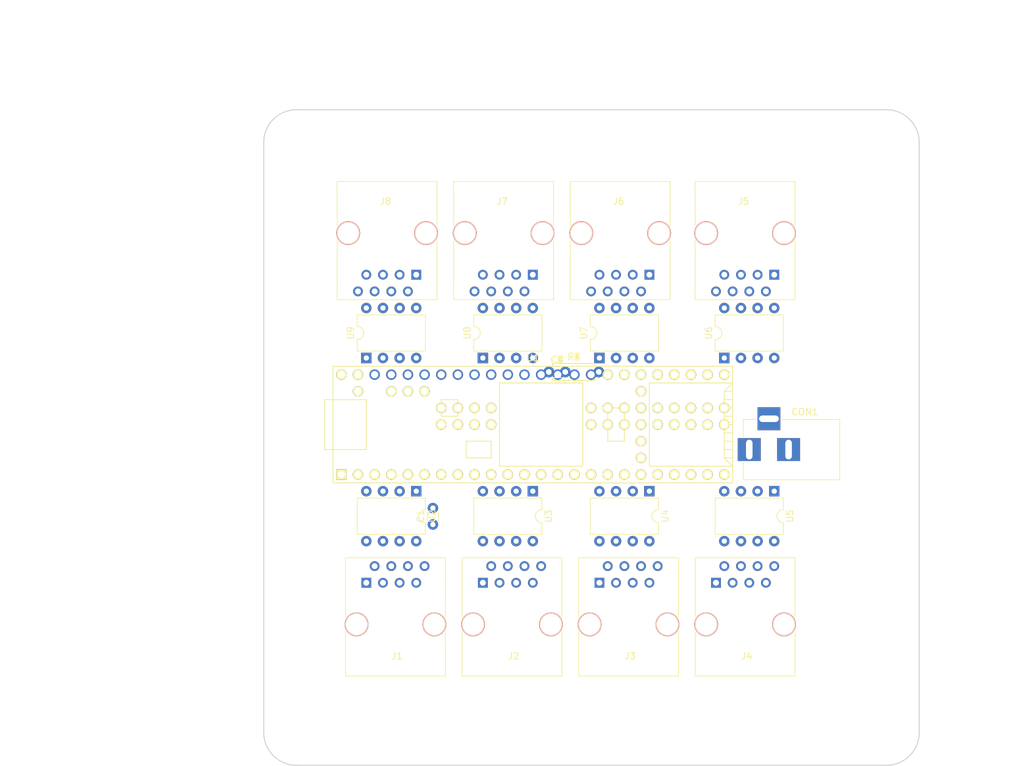
<source format=kicad_pcb>
(kicad_pcb (version 4) (host pcbnew 4.0.5)

  (general
    (links 105)
    (no_connects 93)
    (area 0 0 0 0)
    (thickness 1.6)
    (drawings 8)
    (tracks 0)
    (zones 0)
    (modules 34)
    (nets 140)
  )

  (page A4)
  (layers
    (0 F.Cu signal)
    (31 B.Cu signal)
    (32 B.Adhes user)
    (33 F.Adhes user)
    (34 B.Paste user)
    (35 F.Paste user)
    (36 B.SilkS user)
    (37 F.SilkS user)
    (38 B.Mask user)
    (39 F.Mask user)
    (40 Dwgs.User user)
    (41 Cmts.User user)
    (42 Eco1.User user)
    (43 Eco2.User user)
    (44 Edge.Cuts user)
    (45 Margin user)
    (46 B.CrtYd user)
    (47 F.CrtYd user)
    (48 B.Fab user)
    (49 F.Fab user)
  )

  (setup
    (last_trace_width 0.25)
    (trace_clearance 0.2)
    (zone_clearance 0.508)
    (zone_45_only no)
    (trace_min 0.2)
    (segment_width 0.2)
    (edge_width 0.15)
    (via_size 0.6)
    (via_drill 0.4)
    (via_min_size 0.4)
    (via_min_drill 0.3)
    (uvia_size 0.3)
    (uvia_drill 0.1)
    (uvias_allowed no)
    (uvia_min_size 0.2)
    (uvia_min_drill 0.1)
    (pcb_text_width 0.3)
    (pcb_text_size 1.5 1.5)
    (mod_edge_width 0.15)
    (mod_text_size 1 1)
    (mod_text_width 0.15)
    (pad_size 1.524 1.524)
    (pad_drill 0.762)
    (pad_to_mask_clearance 0.2)
    (aux_axis_origin 0 0)
    (visible_elements FFFFFF7F)
    (pcbplotparams
      (layerselection 0x00030_80000001)
      (usegerberextensions false)
      (excludeedgelayer true)
      (linewidth 0.100000)
      (plotframeref false)
      (viasonmask false)
      (mode 1)
      (useauxorigin false)
      (hpglpennumber 1)
      (hpglpenspeed 20)
      (hpglpendiameter 15)
      (hpglpenoverlay 2)
      (psnegative false)
      (psa4output false)
      (plotreference true)
      (plotvalue true)
      (plotinvisibletext false)
      (padsonsilk false)
      (subtractmaskfromsilk false)
      (outputformat 1)
      (mirror false)
      (drillshape 1)
      (scaleselection 1)
      (outputdirectory ""))
  )

  (net 0 "")
  (net 1 VCC)
  (net 2 GND)
  (net 3 "Net-(CON1-Pad3)")
  (net 4 "Net-(J1-Pad1)")
  (net 5 "Net-(J1-Pad2)")
  (net 6 "Net-(J1-Pad3)")
  (net 7 "Net-(J1-Pad4)")
  (net 8 "Net-(J1-Pad5)")
  (net 9 "Net-(J1-Pad6)")
  (net 10 "Net-(J2-Pad1)")
  (net 11 "Net-(J2-Pad2)")
  (net 12 "Net-(J2-Pad3)")
  (net 13 "Net-(J2-Pad4)")
  (net 14 "Net-(J2-Pad5)")
  (net 15 "Net-(J2-Pad6)")
  (net 16 "Net-(J3-Pad1)")
  (net 17 "Net-(J3-Pad2)")
  (net 18 "Net-(J3-Pad3)")
  (net 19 "Net-(J3-Pad4)")
  (net 20 "Net-(J3-Pad5)")
  (net 21 "Net-(J3-Pad6)")
  (net 22 "Net-(J4-Pad1)")
  (net 23 "Net-(J4-Pad2)")
  (net 24 "Net-(J4-Pad3)")
  (net 25 "Net-(J4-Pad4)")
  (net 26 "Net-(J4-Pad5)")
  (net 27 "Net-(J4-Pad6)")
  (net 28 "Net-(J5-Pad1)")
  (net 29 "Net-(J5-Pad2)")
  (net 30 "Net-(J5-Pad3)")
  (net 31 "Net-(J5-Pad4)")
  (net 32 "Net-(J5-Pad5)")
  (net 33 "Net-(J5-Pad6)")
  (net 34 "Net-(J6-Pad1)")
  (net 35 "Net-(J6-Pad2)")
  (net 36 "Net-(J6-Pad3)")
  (net 37 "Net-(J6-Pad4)")
  (net 38 "Net-(J6-Pad5)")
  (net 39 "Net-(J6-Pad6)")
  (net 40 "Net-(J7-Pad1)")
  (net 41 "Net-(J7-Pad2)")
  (net 42 "Net-(J7-Pad3)")
  (net 43 "Net-(J7-Pad4)")
  (net 44 "Net-(J7-Pad5)")
  (net 45 "Net-(J7-Pad6)")
  (net 46 "Net-(J8-Pad1)")
  (net 47 "Net-(J8-Pad2)")
  (net 48 "Net-(J8-Pad3)")
  (net 49 "Net-(J8-Pad4)")
  (net 50 "Net-(J8-Pad5)")
  (net 51 "Net-(J8-Pad6)")
  (net 52 "Net-(U1-Pad17)")
  (net 53 "Net-(U1-Pad18)")
  (net 54 "Net-(U1-Pad19)")
  (net 55 "Net-(U1-Pad20)")
  (net 56 "Net-(U1-Pad16)")
  (net 57 "Net-(U1-Pad15)")
  (net 58 "Net-(U1-Pad14)")
  (net 59 "Net-(U1-Pad21)")
  (net 60 "Net-(U1-Pad22)")
  (net 61 "Net-(U1-Pad23)")
  (net 62 "Net-(U1-Pad24)")
  (net 63 "Net-(U1-Pad25)")
  (net 64 "Net-(U1-Pad26)")
  (net 65 "Net-(U1-Pad27)")
  (net 66 "Net-(U1-Pad28)")
  (net 67 "Net-(U1-Pad29)")
  (net 68 "Net-(U1-Pad30)")
  (net 69 "Net-(U1-Pad31)")
  (net 70 "Net-(U1-Pad32)")
  (net 71 "Net-(U1-Pad33)")
  (net 72 "Net-(U1-Pad34)")
  (net 73 "Net-(U1-Pad35)")
  (net 74 "Net-(U1-Pad36)")
  (net 75 "Net-(U1-Pad37)")
  (net 76 "Net-(U1-Pad13)")
  (net 77 "Net-(U1-Pad12)")
  (net 78 "Net-(U1-Pad11)")
  (net 79 /WS_4)
  (net 80 /WS_3)
  (net 81 /WS_5)
  (net 82 /WS_8)
  (net 83 "Net-(U1-Pad6)")
  (net 84 "Net-(U1-Pad5)")
  (net 85 /WS_1)
  (net 86 "Net-(U1-Pad3)")
  (net 87 "Net-(U1-Pad2)")
  (net 88 "Net-(U1-Pad38)")
  (net 89 "Net-(U1-Pad39)")
  (net 90 "Net-(U1-Pad40)")
  (net 91 /WS_2)
  (net 92 "Net-(U1-Pad42)")
  (net 93 "Net-(U1-Pad43)")
  (net 94 "Net-(U1-Pad44)")
  (net 95 "Net-(U1-Pad45)")
  (net 96 "Net-(U1-Pad46)")
  (net 97 /WS_6)
  (net 98 /WS_7)
  (net 99 "Net-(U1-Pad49)")
  (net 100 "Net-(U1-Pad50)")
  (net 101 "Net-(U1-Pad51)")
  (net 102 "Net-(U1-Pad52)")
  (net 103 "Net-(U1-Pad53)")
  (net 104 "Net-(U1-Pad54)")
  (net 105 "Net-(U1-Pad55)")
  (net 106 "Net-(U1-Pad56)")
  (net 107 "Net-(U1-Pad57)")
  (net 108 "Net-(U1-Pad63)")
  (net 109 "Net-(U1-Pad64)")
  (net 110 "Net-(U1-Pad65)")
  (net 111 "Net-(U1-Pad66)")
  (net 112 "Net-(U1-Pad67)")
  (net 113 "Net-(U1-Pad68)")
  (net 114 "Net-(U1-Pad69)")
  (net 115 "Net-(U1-Pad70)")
  (net 116 "Net-(U1-Pad71)")
  (net 117 "Net-(U1-Pad72)")
  (net 118 "Net-(U1-Pad73)")
  (net 119 "Net-(U1-Pad74)")
  (net 120 "Net-(U1-Pad75)")
  (net 121 "Net-(U1-Pad76)")
  (net 122 "Net-(U1-Pad77)")
  (net 123 "Net-(U1-Pad78)")
  (net 124 "Net-(U1-Pad79)")
  (net 125 "Net-(U1-Pad80)")
  (net 126 "Net-(U1-Pad81)")
  (net 127 "Net-(U1-Pad82)")
  (net 128 "Net-(U1-Pad83)")
  (net 129 "Net-(U1-Pad84)")
  (net 130 "Net-(U1-Pad85)")
  (net 131 "Net-(U1-Pad86)")
  (net 132 "Net-(U2-Pad1)")
  (net 133 "Net-(U3-Pad1)")
  (net 134 "Net-(U4-Pad1)")
  (net 135 "Net-(U5-Pad1)")
  (net 136 "Net-(U6-Pad1)")
  (net 137 "Net-(U7-Pad1)")
  (net 138 "Net-(U8-Pad1)")
  (net 139 "Net-(U9-Pad1)")

  (net_class Default "This is the default net class."
    (clearance 0.2)
    (trace_width 0.25)
    (via_dia 0.6)
    (via_drill 0.4)
    (uvia_dia 0.3)
    (uvia_drill 0.1)
    (add_net /WS_1)
    (add_net /WS_2)
    (add_net /WS_3)
    (add_net /WS_4)
    (add_net /WS_5)
    (add_net /WS_6)
    (add_net /WS_7)
    (add_net /WS_8)
    (add_net GND)
    (add_net "Net-(CON1-Pad3)")
    (add_net "Net-(J1-Pad1)")
    (add_net "Net-(J1-Pad2)")
    (add_net "Net-(J1-Pad3)")
    (add_net "Net-(J1-Pad4)")
    (add_net "Net-(J1-Pad5)")
    (add_net "Net-(J1-Pad6)")
    (add_net "Net-(J2-Pad1)")
    (add_net "Net-(J2-Pad2)")
    (add_net "Net-(J2-Pad3)")
    (add_net "Net-(J2-Pad4)")
    (add_net "Net-(J2-Pad5)")
    (add_net "Net-(J2-Pad6)")
    (add_net "Net-(J3-Pad1)")
    (add_net "Net-(J3-Pad2)")
    (add_net "Net-(J3-Pad3)")
    (add_net "Net-(J3-Pad4)")
    (add_net "Net-(J3-Pad5)")
    (add_net "Net-(J3-Pad6)")
    (add_net "Net-(J4-Pad1)")
    (add_net "Net-(J4-Pad2)")
    (add_net "Net-(J4-Pad3)")
    (add_net "Net-(J4-Pad4)")
    (add_net "Net-(J4-Pad5)")
    (add_net "Net-(J4-Pad6)")
    (add_net "Net-(J5-Pad1)")
    (add_net "Net-(J5-Pad2)")
    (add_net "Net-(J5-Pad3)")
    (add_net "Net-(J5-Pad4)")
    (add_net "Net-(J5-Pad5)")
    (add_net "Net-(J5-Pad6)")
    (add_net "Net-(J6-Pad1)")
    (add_net "Net-(J6-Pad2)")
    (add_net "Net-(J6-Pad3)")
    (add_net "Net-(J6-Pad4)")
    (add_net "Net-(J6-Pad5)")
    (add_net "Net-(J6-Pad6)")
    (add_net "Net-(J7-Pad1)")
    (add_net "Net-(J7-Pad2)")
    (add_net "Net-(J7-Pad3)")
    (add_net "Net-(J7-Pad4)")
    (add_net "Net-(J7-Pad5)")
    (add_net "Net-(J7-Pad6)")
    (add_net "Net-(J8-Pad1)")
    (add_net "Net-(J8-Pad2)")
    (add_net "Net-(J8-Pad3)")
    (add_net "Net-(J8-Pad4)")
    (add_net "Net-(J8-Pad5)")
    (add_net "Net-(J8-Pad6)")
    (add_net "Net-(U1-Pad11)")
    (add_net "Net-(U1-Pad12)")
    (add_net "Net-(U1-Pad13)")
    (add_net "Net-(U1-Pad14)")
    (add_net "Net-(U1-Pad15)")
    (add_net "Net-(U1-Pad16)")
    (add_net "Net-(U1-Pad17)")
    (add_net "Net-(U1-Pad18)")
    (add_net "Net-(U1-Pad19)")
    (add_net "Net-(U1-Pad2)")
    (add_net "Net-(U1-Pad20)")
    (add_net "Net-(U1-Pad21)")
    (add_net "Net-(U1-Pad22)")
    (add_net "Net-(U1-Pad23)")
    (add_net "Net-(U1-Pad24)")
    (add_net "Net-(U1-Pad25)")
    (add_net "Net-(U1-Pad26)")
    (add_net "Net-(U1-Pad27)")
    (add_net "Net-(U1-Pad28)")
    (add_net "Net-(U1-Pad29)")
    (add_net "Net-(U1-Pad3)")
    (add_net "Net-(U1-Pad30)")
    (add_net "Net-(U1-Pad31)")
    (add_net "Net-(U1-Pad32)")
    (add_net "Net-(U1-Pad33)")
    (add_net "Net-(U1-Pad34)")
    (add_net "Net-(U1-Pad35)")
    (add_net "Net-(U1-Pad36)")
    (add_net "Net-(U1-Pad37)")
    (add_net "Net-(U1-Pad38)")
    (add_net "Net-(U1-Pad39)")
    (add_net "Net-(U1-Pad40)")
    (add_net "Net-(U1-Pad42)")
    (add_net "Net-(U1-Pad43)")
    (add_net "Net-(U1-Pad44)")
    (add_net "Net-(U1-Pad45)")
    (add_net "Net-(U1-Pad46)")
    (add_net "Net-(U1-Pad49)")
    (add_net "Net-(U1-Pad5)")
    (add_net "Net-(U1-Pad50)")
    (add_net "Net-(U1-Pad51)")
    (add_net "Net-(U1-Pad52)")
    (add_net "Net-(U1-Pad53)")
    (add_net "Net-(U1-Pad54)")
    (add_net "Net-(U1-Pad55)")
    (add_net "Net-(U1-Pad56)")
    (add_net "Net-(U1-Pad57)")
    (add_net "Net-(U1-Pad6)")
    (add_net "Net-(U1-Pad63)")
    (add_net "Net-(U1-Pad64)")
    (add_net "Net-(U1-Pad65)")
    (add_net "Net-(U1-Pad66)")
    (add_net "Net-(U1-Pad67)")
    (add_net "Net-(U1-Pad68)")
    (add_net "Net-(U1-Pad69)")
    (add_net "Net-(U1-Pad70)")
    (add_net "Net-(U1-Pad71)")
    (add_net "Net-(U1-Pad72)")
    (add_net "Net-(U1-Pad73)")
    (add_net "Net-(U1-Pad74)")
    (add_net "Net-(U1-Pad75)")
    (add_net "Net-(U1-Pad76)")
    (add_net "Net-(U1-Pad77)")
    (add_net "Net-(U1-Pad78)")
    (add_net "Net-(U1-Pad79)")
    (add_net "Net-(U1-Pad80)")
    (add_net "Net-(U1-Pad81)")
    (add_net "Net-(U1-Pad82)")
    (add_net "Net-(U1-Pad83)")
    (add_net "Net-(U1-Pad84)")
    (add_net "Net-(U1-Pad85)")
    (add_net "Net-(U1-Pad86)")
    (add_net "Net-(U2-Pad1)")
    (add_net "Net-(U3-Pad1)")
    (add_net "Net-(U4-Pad1)")
    (add_net "Net-(U5-Pad1)")
    (add_net "Net-(U6-Pad1)")
    (add_net "Net-(U7-Pad1)")
    (add_net "Net-(U8-Pad1)")
    (add_net "Net-(U9-Pad1)")
    (add_net VCC)
  )

  (module Capacitors_THT:C_Disc_D3.0mm_W1.6mm_P2.50mm (layer F.Cu) (tedit 58765D06) (tstamp 58BEFD56)
    (at 130.81 128.27 90)
    (descr "C, Disc series, Radial, pin pitch=2.50mm, , diameter*width=3.0*1.6mm^2, Capacitor, http://www.vishay.com/docs/45233/krseries.pdf")
    (tags "C Disc series Radial pin pitch 2.50mm  diameter 3.0mm width 1.6mm Capacitor")
    (path /58BF16CF)
    (fp_text reference C1 (at 1.25 -1.86 90) (layer F.SilkS)
      (effects (font (size 1 1) (thickness 0.15)))
    )
    (fp_text value C (at 1.25 1.86 90) (layer F.Fab)
      (effects (font (size 1 1) (thickness 0.15)))
    )
    (fp_line (start -0.25 -0.8) (end -0.25 0.8) (layer F.Fab) (width 0.1))
    (fp_line (start -0.25 0.8) (end 2.75 0.8) (layer F.Fab) (width 0.1))
    (fp_line (start 2.75 0.8) (end 2.75 -0.8) (layer F.Fab) (width 0.1))
    (fp_line (start 2.75 -0.8) (end -0.25 -0.8) (layer F.Fab) (width 0.1))
    (fp_line (start 0.663 -0.861) (end 1.837 -0.861) (layer F.SilkS) (width 0.12))
    (fp_line (start 0.663 0.861) (end 1.837 0.861) (layer F.SilkS) (width 0.12))
    (fp_line (start -1.05 -1.15) (end -1.05 1.15) (layer F.CrtYd) (width 0.05))
    (fp_line (start -1.05 1.15) (end 3.55 1.15) (layer F.CrtYd) (width 0.05))
    (fp_line (start 3.55 1.15) (end 3.55 -1.15) (layer F.CrtYd) (width 0.05))
    (fp_line (start 3.55 -1.15) (end -1.05 -1.15) (layer F.CrtYd) (width 0.05))
    (pad 1 thru_hole circle (at 0 0 90) (size 1.6 1.6) (drill 0.8) (layers *.Cu *.Mask)
      (net 1 VCC))
    (pad 2 thru_hole circle (at 2.5 0 90) (size 1.6 1.6) (drill 0.8) (layers *.Cu *.Mask)
      (net 2 GND))
    (model Capacitors_THT.3dshapes/C_Disc_D3.0mm_W1.6mm_P2.50mm.wrl
      (at (xyz 0 0 0))
      (scale (xyz 0.393701 0.393701 0.393701))
      (rotate (xyz 0 0 0))
    )
  )

  (module Capacitors_THT:C_Disc_D3.0mm_W1.6mm_P2.50mm (layer F.Cu) (tedit 58765D06) (tstamp 58BEFD5C)
    (at 148.5011 105.0036)
    (descr "C, Disc series, Radial, pin pitch=2.50mm, , diameter*width=3.0*1.6mm^2, Capacitor, http://www.vishay.com/docs/45233/krseries.pdf")
    (tags "C Disc series Radial pin pitch 2.50mm  diameter 3.0mm width 1.6mm Capacitor")
    (path /58BF173D)
    (fp_text reference C2 (at 1.25 -1.86) (layer F.SilkS)
      (effects (font (size 1 1) (thickness 0.15)))
    )
    (fp_text value C (at 1.25 1.86) (layer F.Fab)
      (effects (font (size 1 1) (thickness 0.15)))
    )
    (fp_line (start -0.25 -0.8) (end -0.25 0.8) (layer F.Fab) (width 0.1))
    (fp_line (start -0.25 0.8) (end 2.75 0.8) (layer F.Fab) (width 0.1))
    (fp_line (start 2.75 0.8) (end 2.75 -0.8) (layer F.Fab) (width 0.1))
    (fp_line (start 2.75 -0.8) (end -0.25 -0.8) (layer F.Fab) (width 0.1))
    (fp_line (start 0.663 -0.861) (end 1.837 -0.861) (layer F.SilkS) (width 0.12))
    (fp_line (start 0.663 0.861) (end 1.837 0.861) (layer F.SilkS) (width 0.12))
    (fp_line (start -1.05 -1.15) (end -1.05 1.15) (layer F.CrtYd) (width 0.05))
    (fp_line (start -1.05 1.15) (end 3.55 1.15) (layer F.CrtYd) (width 0.05))
    (fp_line (start 3.55 1.15) (end 3.55 -1.15) (layer F.CrtYd) (width 0.05))
    (fp_line (start 3.55 -1.15) (end -1.05 -1.15) (layer F.CrtYd) (width 0.05))
    (pad 1 thru_hole circle (at 0 0) (size 1.6 1.6) (drill 0.8) (layers *.Cu *.Mask)
      (net 1 VCC))
    (pad 2 thru_hole circle (at 2.5 0) (size 1.6 1.6) (drill 0.8) (layers *.Cu *.Mask)
      (net 2 GND))
    (model Capacitors_THT.3dshapes/C_Disc_D3.0mm_W1.6mm_P2.50mm.wrl
      (at (xyz 0 0 0))
      (scale (xyz 0.393701 0.393701 0.393701))
      (rotate (xyz 0 0 0))
    )
  )

  (module Capacitors_THT:C_Disc_D3.0mm_W1.6mm_P2.50mm (layer F.Cu) (tedit 58765D06) (tstamp 58BEFD62)
    (at 148.5011 105.0036)
    (descr "C, Disc series, Radial, pin pitch=2.50mm, , diameter*width=3.0*1.6mm^2, Capacitor, http://www.vishay.com/docs/45233/krseries.pdf")
    (tags "C Disc series Radial pin pitch 2.50mm  diameter 3.0mm width 1.6mm Capacitor")
    (path /58BF17A1)
    (fp_text reference C3 (at 1.25 -1.86) (layer F.SilkS)
      (effects (font (size 1 1) (thickness 0.15)))
    )
    (fp_text value C (at 1.25 1.86) (layer F.Fab)
      (effects (font (size 1 1) (thickness 0.15)))
    )
    (fp_line (start -0.25 -0.8) (end -0.25 0.8) (layer F.Fab) (width 0.1))
    (fp_line (start -0.25 0.8) (end 2.75 0.8) (layer F.Fab) (width 0.1))
    (fp_line (start 2.75 0.8) (end 2.75 -0.8) (layer F.Fab) (width 0.1))
    (fp_line (start 2.75 -0.8) (end -0.25 -0.8) (layer F.Fab) (width 0.1))
    (fp_line (start 0.663 -0.861) (end 1.837 -0.861) (layer F.SilkS) (width 0.12))
    (fp_line (start 0.663 0.861) (end 1.837 0.861) (layer F.SilkS) (width 0.12))
    (fp_line (start -1.05 -1.15) (end -1.05 1.15) (layer F.CrtYd) (width 0.05))
    (fp_line (start -1.05 1.15) (end 3.55 1.15) (layer F.CrtYd) (width 0.05))
    (fp_line (start 3.55 1.15) (end 3.55 -1.15) (layer F.CrtYd) (width 0.05))
    (fp_line (start 3.55 -1.15) (end -1.05 -1.15) (layer F.CrtYd) (width 0.05))
    (pad 1 thru_hole circle (at 0 0) (size 1.6 1.6) (drill 0.8) (layers *.Cu *.Mask)
      (net 1 VCC))
    (pad 2 thru_hole circle (at 2.5 0) (size 1.6 1.6) (drill 0.8) (layers *.Cu *.Mask)
      (net 2 GND))
    (model Capacitors_THT.3dshapes/C_Disc_D3.0mm_W1.6mm_P2.50mm.wrl
      (at (xyz 0 0 0))
      (scale (xyz 0.393701 0.393701 0.393701))
      (rotate (xyz 0 0 0))
    )
  )

  (module Capacitors_THT:C_Disc_D3.0mm_W1.6mm_P2.50mm (layer F.Cu) (tedit 58765D06) (tstamp 58BEFD68)
    (at 148.5011 105.0036)
    (descr "C, Disc series, Radial, pin pitch=2.50mm, , diameter*width=3.0*1.6mm^2, Capacitor, http://www.vishay.com/docs/45233/krseries.pdf")
    (tags "C Disc series Radial pin pitch 2.50mm  diameter 3.0mm width 1.6mm Capacitor")
    (path /58BF180A)
    (fp_text reference C4 (at 1.25 -1.86) (layer F.SilkS)
      (effects (font (size 1 1) (thickness 0.15)))
    )
    (fp_text value C (at 1.25 1.86) (layer F.Fab)
      (effects (font (size 1 1) (thickness 0.15)))
    )
    (fp_line (start -0.25 -0.8) (end -0.25 0.8) (layer F.Fab) (width 0.1))
    (fp_line (start -0.25 0.8) (end 2.75 0.8) (layer F.Fab) (width 0.1))
    (fp_line (start 2.75 0.8) (end 2.75 -0.8) (layer F.Fab) (width 0.1))
    (fp_line (start 2.75 -0.8) (end -0.25 -0.8) (layer F.Fab) (width 0.1))
    (fp_line (start 0.663 -0.861) (end 1.837 -0.861) (layer F.SilkS) (width 0.12))
    (fp_line (start 0.663 0.861) (end 1.837 0.861) (layer F.SilkS) (width 0.12))
    (fp_line (start -1.05 -1.15) (end -1.05 1.15) (layer F.CrtYd) (width 0.05))
    (fp_line (start -1.05 1.15) (end 3.55 1.15) (layer F.CrtYd) (width 0.05))
    (fp_line (start 3.55 1.15) (end 3.55 -1.15) (layer F.CrtYd) (width 0.05))
    (fp_line (start 3.55 -1.15) (end -1.05 -1.15) (layer F.CrtYd) (width 0.05))
    (pad 1 thru_hole circle (at 0 0) (size 1.6 1.6) (drill 0.8) (layers *.Cu *.Mask)
      (net 1 VCC))
    (pad 2 thru_hole circle (at 2.5 0) (size 1.6 1.6) (drill 0.8) (layers *.Cu *.Mask)
      (net 2 GND))
    (model Capacitors_THT.3dshapes/C_Disc_D3.0mm_W1.6mm_P2.50mm.wrl
      (at (xyz 0 0 0))
      (scale (xyz 0.393701 0.393701 0.393701))
      (rotate (xyz 0 0 0))
    )
  )

  (module Capacitors_THT:C_Disc_D3.0mm_W1.6mm_P2.50mm (layer F.Cu) (tedit 58765D06) (tstamp 58BEFD6E)
    (at 148.5011 105.0036)
    (descr "C, Disc series, Radial, pin pitch=2.50mm, , diameter*width=3.0*1.6mm^2, Capacitor, http://www.vishay.com/docs/45233/krseries.pdf")
    (tags "C Disc series Radial pin pitch 2.50mm  diameter 3.0mm width 1.6mm Capacitor")
    (path /58BF1876)
    (fp_text reference C5 (at 1.25 -1.86) (layer F.SilkS)
      (effects (font (size 1 1) (thickness 0.15)))
    )
    (fp_text value C (at 1.25 1.86) (layer F.Fab)
      (effects (font (size 1 1) (thickness 0.15)))
    )
    (fp_line (start -0.25 -0.8) (end -0.25 0.8) (layer F.Fab) (width 0.1))
    (fp_line (start -0.25 0.8) (end 2.75 0.8) (layer F.Fab) (width 0.1))
    (fp_line (start 2.75 0.8) (end 2.75 -0.8) (layer F.Fab) (width 0.1))
    (fp_line (start 2.75 -0.8) (end -0.25 -0.8) (layer F.Fab) (width 0.1))
    (fp_line (start 0.663 -0.861) (end 1.837 -0.861) (layer F.SilkS) (width 0.12))
    (fp_line (start 0.663 0.861) (end 1.837 0.861) (layer F.SilkS) (width 0.12))
    (fp_line (start -1.05 -1.15) (end -1.05 1.15) (layer F.CrtYd) (width 0.05))
    (fp_line (start -1.05 1.15) (end 3.55 1.15) (layer F.CrtYd) (width 0.05))
    (fp_line (start 3.55 1.15) (end 3.55 -1.15) (layer F.CrtYd) (width 0.05))
    (fp_line (start 3.55 -1.15) (end -1.05 -1.15) (layer F.CrtYd) (width 0.05))
    (pad 1 thru_hole circle (at 0 0) (size 1.6 1.6) (drill 0.8) (layers *.Cu *.Mask)
      (net 1 VCC))
    (pad 2 thru_hole circle (at 2.5 0) (size 1.6 1.6) (drill 0.8) (layers *.Cu *.Mask)
      (net 2 GND))
    (model Capacitors_THT.3dshapes/C_Disc_D3.0mm_W1.6mm_P2.50mm.wrl
      (at (xyz 0 0 0))
      (scale (xyz 0.393701 0.393701 0.393701))
      (rotate (xyz 0 0 0))
    )
  )

  (module Capacitors_THT:C_Disc_D3.0mm_W1.6mm_P2.50mm (layer F.Cu) (tedit 58765D06) (tstamp 58BEFD74)
    (at 148.5011 105.0036)
    (descr "C, Disc series, Radial, pin pitch=2.50mm, , diameter*width=3.0*1.6mm^2, Capacitor, http://www.vishay.com/docs/45233/krseries.pdf")
    (tags "C Disc series Radial pin pitch 2.50mm  diameter 3.0mm width 1.6mm Capacitor")
    (path /58BF18E3)
    (fp_text reference C6 (at 1.25 -1.86) (layer F.SilkS)
      (effects (font (size 1 1) (thickness 0.15)))
    )
    (fp_text value C (at 1.25 1.86) (layer F.Fab)
      (effects (font (size 1 1) (thickness 0.15)))
    )
    (fp_line (start -0.25 -0.8) (end -0.25 0.8) (layer F.Fab) (width 0.1))
    (fp_line (start -0.25 0.8) (end 2.75 0.8) (layer F.Fab) (width 0.1))
    (fp_line (start 2.75 0.8) (end 2.75 -0.8) (layer F.Fab) (width 0.1))
    (fp_line (start 2.75 -0.8) (end -0.25 -0.8) (layer F.Fab) (width 0.1))
    (fp_line (start 0.663 -0.861) (end 1.837 -0.861) (layer F.SilkS) (width 0.12))
    (fp_line (start 0.663 0.861) (end 1.837 0.861) (layer F.SilkS) (width 0.12))
    (fp_line (start -1.05 -1.15) (end -1.05 1.15) (layer F.CrtYd) (width 0.05))
    (fp_line (start -1.05 1.15) (end 3.55 1.15) (layer F.CrtYd) (width 0.05))
    (fp_line (start 3.55 1.15) (end 3.55 -1.15) (layer F.CrtYd) (width 0.05))
    (fp_line (start 3.55 -1.15) (end -1.05 -1.15) (layer F.CrtYd) (width 0.05))
    (pad 1 thru_hole circle (at 0 0) (size 1.6 1.6) (drill 0.8) (layers *.Cu *.Mask)
      (net 1 VCC))
    (pad 2 thru_hole circle (at 2.5 0) (size 1.6 1.6) (drill 0.8) (layers *.Cu *.Mask)
      (net 2 GND))
    (model Capacitors_THT.3dshapes/C_Disc_D3.0mm_W1.6mm_P2.50mm.wrl
      (at (xyz 0 0 0))
      (scale (xyz 0.393701 0.393701 0.393701))
      (rotate (xyz 0 0 0))
    )
  )

  (module Capacitors_THT:C_Disc_D3.0mm_W1.6mm_P2.50mm (layer F.Cu) (tedit 58765D06) (tstamp 58BEFD7A)
    (at 148.5011 105.0036)
    (descr "C, Disc series, Radial, pin pitch=2.50mm, , diameter*width=3.0*1.6mm^2, Capacitor, http://www.vishay.com/docs/45233/krseries.pdf")
    (tags "C Disc series Radial pin pitch 2.50mm  diameter 3.0mm width 1.6mm Capacitor")
    (path /58BF1953)
    (fp_text reference C7 (at 1.25 -1.86) (layer F.SilkS)
      (effects (font (size 1 1) (thickness 0.15)))
    )
    (fp_text value C (at 1.25 1.86) (layer F.Fab)
      (effects (font (size 1 1) (thickness 0.15)))
    )
    (fp_line (start -0.25 -0.8) (end -0.25 0.8) (layer F.Fab) (width 0.1))
    (fp_line (start -0.25 0.8) (end 2.75 0.8) (layer F.Fab) (width 0.1))
    (fp_line (start 2.75 0.8) (end 2.75 -0.8) (layer F.Fab) (width 0.1))
    (fp_line (start 2.75 -0.8) (end -0.25 -0.8) (layer F.Fab) (width 0.1))
    (fp_line (start 0.663 -0.861) (end 1.837 -0.861) (layer F.SilkS) (width 0.12))
    (fp_line (start 0.663 0.861) (end 1.837 0.861) (layer F.SilkS) (width 0.12))
    (fp_line (start -1.05 -1.15) (end -1.05 1.15) (layer F.CrtYd) (width 0.05))
    (fp_line (start -1.05 1.15) (end 3.55 1.15) (layer F.CrtYd) (width 0.05))
    (fp_line (start 3.55 1.15) (end 3.55 -1.15) (layer F.CrtYd) (width 0.05))
    (fp_line (start 3.55 -1.15) (end -1.05 -1.15) (layer F.CrtYd) (width 0.05))
    (pad 1 thru_hole circle (at 0 0) (size 1.6 1.6) (drill 0.8) (layers *.Cu *.Mask)
      (net 1 VCC))
    (pad 2 thru_hole circle (at 2.5 0) (size 1.6 1.6) (drill 0.8) (layers *.Cu *.Mask)
      (net 2 GND))
    (model Capacitors_THT.3dshapes/C_Disc_D3.0mm_W1.6mm_P2.50mm.wrl
      (at (xyz 0 0 0))
      (scale (xyz 0.393701 0.393701 0.393701))
      (rotate (xyz 0 0 0))
    )
  )

  (module Capacitors_THT:C_Disc_D3.0mm_W1.6mm_P2.50mm (layer F.Cu) (tedit 58765D06) (tstamp 58BEFD80)
    (at 148.5011 105.0036)
    (descr "C, Disc series, Radial, pin pitch=2.50mm, , diameter*width=3.0*1.6mm^2, Capacitor, http://www.vishay.com/docs/45233/krseries.pdf")
    (tags "C Disc series Radial pin pitch 2.50mm  diameter 3.0mm width 1.6mm Capacitor")
    (path /58BF19CA)
    (fp_text reference C8 (at 1.25 -1.86) (layer F.SilkS)
      (effects (font (size 1 1) (thickness 0.15)))
    )
    (fp_text value C (at 1.25 1.86) (layer F.Fab)
      (effects (font (size 1 1) (thickness 0.15)))
    )
    (fp_line (start -0.25 -0.8) (end -0.25 0.8) (layer F.Fab) (width 0.1))
    (fp_line (start -0.25 0.8) (end 2.75 0.8) (layer F.Fab) (width 0.1))
    (fp_line (start 2.75 0.8) (end 2.75 -0.8) (layer F.Fab) (width 0.1))
    (fp_line (start 2.75 -0.8) (end -0.25 -0.8) (layer F.Fab) (width 0.1))
    (fp_line (start 0.663 -0.861) (end 1.837 -0.861) (layer F.SilkS) (width 0.12))
    (fp_line (start 0.663 0.861) (end 1.837 0.861) (layer F.SilkS) (width 0.12))
    (fp_line (start -1.05 -1.15) (end -1.05 1.15) (layer F.CrtYd) (width 0.05))
    (fp_line (start -1.05 1.15) (end 3.55 1.15) (layer F.CrtYd) (width 0.05))
    (fp_line (start 3.55 1.15) (end 3.55 -1.15) (layer F.CrtYd) (width 0.05))
    (fp_line (start 3.55 -1.15) (end -1.05 -1.15) (layer F.CrtYd) (width 0.05))
    (pad 1 thru_hole circle (at 0 0) (size 1.6 1.6) (drill 0.8) (layers *.Cu *.Mask)
      (net 1 VCC))
    (pad 2 thru_hole circle (at 2.5 0) (size 1.6 1.6) (drill 0.8) (layers *.Cu *.Mask)
      (net 2 GND))
    (model Capacitors_THT.3dshapes/C_Disc_D3.0mm_W1.6mm_P2.50mm.wrl
      (at (xyz 0 0 0))
      (scale (xyz 0.393701 0.393701 0.393701))
      (rotate (xyz 0 0 0))
    )
  )

  (module Connectors:BARREL_JACK (layer F.Cu) (tedit 5861378E) (tstamp 58BEFD87)
    (at 179.07 116.84 180)
    (descr "DC Barrel Jack")
    (tags "Power Jack")
    (path /58BF152F)
    (fp_text reference CON1 (at -8.45 5.75 360) (layer F.SilkS)
      (effects (font (size 1 1) (thickness 0.15)))
    )
    (fp_text value BARREL_JACK (at -6.2 -5.5 180) (layer F.Fab)
      (effects (font (size 1 1) (thickness 0.15)))
    )
    (fp_line (start 1 -4.5) (end 1 -4.75) (layer F.CrtYd) (width 0.05))
    (fp_line (start 1 -4.75) (end -14 -4.75) (layer F.CrtYd) (width 0.05))
    (fp_line (start 1 -4.5) (end 1 -2) (layer F.CrtYd) (width 0.05))
    (fp_line (start 1 -2) (end 2 -2) (layer F.CrtYd) (width 0.05))
    (fp_line (start 2 -2) (end 2 2) (layer F.CrtYd) (width 0.05))
    (fp_line (start 2 2) (end 1 2) (layer F.CrtYd) (width 0.05))
    (fp_line (start 1 2) (end 1 4.75) (layer F.CrtYd) (width 0.05))
    (fp_line (start 1 4.75) (end -1 4.75) (layer F.CrtYd) (width 0.05))
    (fp_line (start -1 4.75) (end -1 6.75) (layer F.CrtYd) (width 0.05))
    (fp_line (start -1 6.75) (end -5 6.75) (layer F.CrtYd) (width 0.05))
    (fp_line (start -5 6.75) (end -5 4.75) (layer F.CrtYd) (width 0.05))
    (fp_line (start -5 4.75) (end -14 4.75) (layer F.CrtYd) (width 0.05))
    (fp_line (start -14 4.75) (end -14 -4.75) (layer F.CrtYd) (width 0.05))
    (fp_line (start -5 4.6) (end -13.8 4.6) (layer F.SilkS) (width 0.12))
    (fp_line (start -13.8 4.6) (end -13.8 -4.6) (layer F.SilkS) (width 0.12))
    (fp_line (start 0.9 1.9) (end 0.9 4.6) (layer F.SilkS) (width 0.12))
    (fp_line (start 0.9 4.6) (end -1 4.6) (layer F.SilkS) (width 0.12))
    (fp_line (start -13.8 -4.6) (end 0.9 -4.6) (layer F.SilkS) (width 0.12))
    (fp_line (start 0.9 -4.6) (end 0.9 -2) (layer F.SilkS) (width 0.12))
    (fp_line (start -10.2 -4.5) (end -10.2 4.5) (layer F.Fab) (width 0.1))
    (fp_line (start -13.7 -4.5) (end -13.7 4.5) (layer F.Fab) (width 0.1))
    (fp_line (start -13.7 4.5) (end 0.8 4.5) (layer F.Fab) (width 0.1))
    (fp_line (start 0.8 4.5) (end 0.8 -4.5) (layer F.Fab) (width 0.1))
    (fp_line (start 0.8 -4.5) (end -13.7 -4.5) (layer F.Fab) (width 0.1))
    (pad 1 thru_hole rect (at 0 0 180) (size 3.5 3.5) (drill oval 1 3) (layers *.Cu *.Mask)
      (net 1 VCC))
    (pad 2 thru_hole rect (at -6 0 180) (size 3.5 3.5) (drill oval 1 3) (layers *.Cu *.Mask)
      (net 2 GND))
    (pad 3 thru_hole rect (at -3 4.7 180) (size 3.5 3.5) (drill oval 3 1) (layers *.Cu *.Mask)
      (net 3 "Net-(CON1-Pad3)"))
  )

  (module Connectors:RJ45_8 (layer F.Cu) (tedit 0) (tstamp 58BEFD95)
    (at 120.65 137.16)
    (tags RJ45)
    (path /58BF0641)
    (fp_text reference J1 (at 4.7 11.18) (layer F.SilkS)
      (effects (font (size 1 1) (thickness 0.15)))
    )
    (fp_text value RJ45 (at 4.59 6.25) (layer F.Fab)
      (effects (font (size 1 1) (thickness 0.15)))
    )
    (fp_line (start -3.17 14.22) (end 12.07 14.22) (layer F.SilkS) (width 0.12))
    (fp_line (start 12.07 -3.81) (end 12.06 5.18) (layer F.SilkS) (width 0.12))
    (fp_line (start 12.07 -3.81) (end -3.17 -3.81) (layer F.SilkS) (width 0.12))
    (fp_line (start -3.17 -3.81) (end -3.17 5.19) (layer F.SilkS) (width 0.12))
    (fp_line (start 12.06 7.52) (end 12.07 14.22) (layer F.SilkS) (width 0.12))
    (fp_line (start -3.17 7.51) (end -3.17 14.22) (layer F.SilkS) (width 0.12))
    (fp_line (start -3.56 -4.06) (end 12.46 -4.06) (layer F.CrtYd) (width 0.05))
    (fp_line (start -3.56 -4.06) (end -3.56 14.47) (layer F.CrtYd) (width 0.05))
    (fp_line (start 12.46 14.47) (end 12.46 -4.06) (layer F.CrtYd) (width 0.05))
    (fp_line (start 12.46 14.47) (end -3.56 14.47) (layer F.CrtYd) (width 0.05))
    (pad Hole np_thru_hole circle (at 10.38 6.35) (size 3.65 3.65) (drill 3.25) (layers *.Cu *.SilkS *.Mask))
    (pad Hole np_thru_hole circle (at -1.49 6.35) (size 3.65 3.65) (drill 3.25) (layers *.Cu *.SilkS *.Mask))
    (pad 1 thru_hole rect (at 0 0) (size 1.5 1.5) (drill 0.9) (layers *.Cu *.Mask)
      (net 4 "Net-(J1-Pad1)"))
    (pad 2 thru_hole circle (at 1.27 -2.54) (size 1.5 1.5) (drill 0.9) (layers *.Cu *.Mask)
      (net 5 "Net-(J1-Pad2)"))
    (pad 3 thru_hole circle (at 2.54 0) (size 1.5 1.5) (drill 0.9) (layers *.Cu *.Mask)
      (net 6 "Net-(J1-Pad3)"))
    (pad 4 thru_hole circle (at 3.81 -2.54) (size 1.5 1.5) (drill 0.9) (layers *.Cu *.Mask)
      (net 7 "Net-(J1-Pad4)"))
    (pad 5 thru_hole circle (at 5.08 0) (size 1.5 1.5) (drill 0.9) (layers *.Cu *.Mask)
      (net 8 "Net-(J1-Pad5)"))
    (pad 6 thru_hole circle (at 6.35 -2.54) (size 1.5 1.5) (drill 0.9) (layers *.Cu *.Mask)
      (net 9 "Net-(J1-Pad6)"))
    (pad 7 thru_hole circle (at 7.62 0) (size 1.5 1.5) (drill 0.9) (layers *.Cu *.Mask)
      (net 2 GND))
    (pad 8 thru_hole circle (at 8.89 -2.54) (size 1.5 1.5) (drill 0.9) (layers *.Cu *.Mask)
      (net 2 GND))
    (model Connectors.3dshapes/RJ45_8.wrl
      (at (xyz 0.18 -0.25 0))
      (scale (xyz 0.4 0.4 0.4))
      (rotate (xyz 0 0 0))
    )
  )

  (module Connectors:RJ45_8 (layer F.Cu) (tedit 0) (tstamp 58BEFDA3)
    (at 138.43 137.16)
    (tags RJ45)
    (path /58BF05F9)
    (fp_text reference J2 (at 4.7 11.18) (layer F.SilkS)
      (effects (font (size 1 1) (thickness 0.15)))
    )
    (fp_text value RJ45 (at 4.59 6.25) (layer F.Fab)
      (effects (font (size 1 1) (thickness 0.15)))
    )
    (fp_line (start -3.17 14.22) (end 12.07 14.22) (layer F.SilkS) (width 0.12))
    (fp_line (start 12.07 -3.81) (end 12.06 5.18) (layer F.SilkS) (width 0.12))
    (fp_line (start 12.07 -3.81) (end -3.17 -3.81) (layer F.SilkS) (width 0.12))
    (fp_line (start -3.17 -3.81) (end -3.17 5.19) (layer F.SilkS) (width 0.12))
    (fp_line (start 12.06 7.52) (end 12.07 14.22) (layer F.SilkS) (width 0.12))
    (fp_line (start -3.17 7.51) (end -3.17 14.22) (layer F.SilkS) (width 0.12))
    (fp_line (start -3.56 -4.06) (end 12.46 -4.06) (layer F.CrtYd) (width 0.05))
    (fp_line (start -3.56 -4.06) (end -3.56 14.47) (layer F.CrtYd) (width 0.05))
    (fp_line (start 12.46 14.47) (end 12.46 -4.06) (layer F.CrtYd) (width 0.05))
    (fp_line (start 12.46 14.47) (end -3.56 14.47) (layer F.CrtYd) (width 0.05))
    (pad Hole np_thru_hole circle (at 10.38 6.35) (size 3.65 3.65) (drill 3.25) (layers *.Cu *.SilkS *.Mask))
    (pad Hole np_thru_hole circle (at -1.49 6.35) (size 3.65 3.65) (drill 3.25) (layers *.Cu *.SilkS *.Mask))
    (pad 1 thru_hole rect (at 0 0) (size 1.5 1.5) (drill 0.9) (layers *.Cu *.Mask)
      (net 10 "Net-(J2-Pad1)"))
    (pad 2 thru_hole circle (at 1.27 -2.54) (size 1.5 1.5) (drill 0.9) (layers *.Cu *.Mask)
      (net 11 "Net-(J2-Pad2)"))
    (pad 3 thru_hole circle (at 2.54 0) (size 1.5 1.5) (drill 0.9) (layers *.Cu *.Mask)
      (net 12 "Net-(J2-Pad3)"))
    (pad 4 thru_hole circle (at 3.81 -2.54) (size 1.5 1.5) (drill 0.9) (layers *.Cu *.Mask)
      (net 13 "Net-(J2-Pad4)"))
    (pad 5 thru_hole circle (at 5.08 0) (size 1.5 1.5) (drill 0.9) (layers *.Cu *.Mask)
      (net 14 "Net-(J2-Pad5)"))
    (pad 6 thru_hole circle (at 6.35 -2.54) (size 1.5 1.5) (drill 0.9) (layers *.Cu *.Mask)
      (net 15 "Net-(J2-Pad6)"))
    (pad 7 thru_hole circle (at 7.62 0) (size 1.5 1.5) (drill 0.9) (layers *.Cu *.Mask)
      (net 2 GND))
    (pad 8 thru_hole circle (at 8.89 -2.54) (size 1.5 1.5) (drill 0.9) (layers *.Cu *.Mask)
      (net 2 GND))
    (model Connectors.3dshapes/RJ45_8.wrl
      (at (xyz 0.18 -0.25 0))
      (scale (xyz 0.4 0.4 0.4))
      (rotate (xyz 0 0 0))
    )
  )

  (module Connectors:RJ45_8 (layer F.Cu) (tedit 0) (tstamp 58BEFDB1)
    (at 156.21 137.16)
    (tags RJ45)
    (path /58BF05B1)
    (fp_text reference J3 (at 4.7 11.18) (layer F.SilkS)
      (effects (font (size 1 1) (thickness 0.15)))
    )
    (fp_text value RJ45 (at 4.59 6.25) (layer F.Fab)
      (effects (font (size 1 1) (thickness 0.15)))
    )
    (fp_line (start -3.17 14.22) (end 12.07 14.22) (layer F.SilkS) (width 0.12))
    (fp_line (start 12.07 -3.81) (end 12.06 5.18) (layer F.SilkS) (width 0.12))
    (fp_line (start 12.07 -3.81) (end -3.17 -3.81) (layer F.SilkS) (width 0.12))
    (fp_line (start -3.17 -3.81) (end -3.17 5.19) (layer F.SilkS) (width 0.12))
    (fp_line (start 12.06 7.52) (end 12.07 14.22) (layer F.SilkS) (width 0.12))
    (fp_line (start -3.17 7.51) (end -3.17 14.22) (layer F.SilkS) (width 0.12))
    (fp_line (start -3.56 -4.06) (end 12.46 -4.06) (layer F.CrtYd) (width 0.05))
    (fp_line (start -3.56 -4.06) (end -3.56 14.47) (layer F.CrtYd) (width 0.05))
    (fp_line (start 12.46 14.47) (end 12.46 -4.06) (layer F.CrtYd) (width 0.05))
    (fp_line (start 12.46 14.47) (end -3.56 14.47) (layer F.CrtYd) (width 0.05))
    (pad Hole np_thru_hole circle (at 10.38 6.35) (size 3.65 3.65) (drill 3.25) (layers *.Cu *.SilkS *.Mask))
    (pad Hole np_thru_hole circle (at -1.49 6.35) (size 3.65 3.65) (drill 3.25) (layers *.Cu *.SilkS *.Mask))
    (pad 1 thru_hole rect (at 0 0) (size 1.5 1.5) (drill 0.9) (layers *.Cu *.Mask)
      (net 16 "Net-(J3-Pad1)"))
    (pad 2 thru_hole circle (at 1.27 -2.54) (size 1.5 1.5) (drill 0.9) (layers *.Cu *.Mask)
      (net 17 "Net-(J3-Pad2)"))
    (pad 3 thru_hole circle (at 2.54 0) (size 1.5 1.5) (drill 0.9) (layers *.Cu *.Mask)
      (net 18 "Net-(J3-Pad3)"))
    (pad 4 thru_hole circle (at 3.81 -2.54) (size 1.5 1.5) (drill 0.9) (layers *.Cu *.Mask)
      (net 19 "Net-(J3-Pad4)"))
    (pad 5 thru_hole circle (at 5.08 0) (size 1.5 1.5) (drill 0.9) (layers *.Cu *.Mask)
      (net 20 "Net-(J3-Pad5)"))
    (pad 6 thru_hole circle (at 6.35 -2.54) (size 1.5 1.5) (drill 0.9) (layers *.Cu *.Mask)
      (net 21 "Net-(J3-Pad6)"))
    (pad 7 thru_hole circle (at 7.62 0) (size 1.5 1.5) (drill 0.9) (layers *.Cu *.Mask)
      (net 2 GND))
    (pad 8 thru_hole circle (at 8.89 -2.54) (size 1.5 1.5) (drill 0.9) (layers *.Cu *.Mask)
      (net 2 GND))
    (model Connectors.3dshapes/RJ45_8.wrl
      (at (xyz 0.18 -0.25 0))
      (scale (xyz 0.4 0.4 0.4))
      (rotate (xyz 0 0 0))
    )
  )

  (module Connectors:RJ45_8 (layer F.Cu) (tedit 0) (tstamp 58BEFDBF)
    (at 173.99 137.16)
    (tags RJ45)
    (path /58BF0569)
    (fp_text reference J4 (at 4.7 11.18) (layer F.SilkS)
      (effects (font (size 1 1) (thickness 0.15)))
    )
    (fp_text value RJ45 (at 4.59 6.25) (layer F.Fab)
      (effects (font (size 1 1) (thickness 0.15)))
    )
    (fp_line (start -3.17 14.22) (end 12.07 14.22) (layer F.SilkS) (width 0.12))
    (fp_line (start 12.07 -3.81) (end 12.06 5.18) (layer F.SilkS) (width 0.12))
    (fp_line (start 12.07 -3.81) (end -3.17 -3.81) (layer F.SilkS) (width 0.12))
    (fp_line (start -3.17 -3.81) (end -3.17 5.19) (layer F.SilkS) (width 0.12))
    (fp_line (start 12.06 7.52) (end 12.07 14.22) (layer F.SilkS) (width 0.12))
    (fp_line (start -3.17 7.51) (end -3.17 14.22) (layer F.SilkS) (width 0.12))
    (fp_line (start -3.56 -4.06) (end 12.46 -4.06) (layer F.CrtYd) (width 0.05))
    (fp_line (start -3.56 -4.06) (end -3.56 14.47) (layer F.CrtYd) (width 0.05))
    (fp_line (start 12.46 14.47) (end 12.46 -4.06) (layer F.CrtYd) (width 0.05))
    (fp_line (start 12.46 14.47) (end -3.56 14.47) (layer F.CrtYd) (width 0.05))
    (pad Hole np_thru_hole circle (at 10.38 6.35) (size 3.65 3.65) (drill 3.25) (layers *.Cu *.SilkS *.Mask))
    (pad Hole np_thru_hole circle (at -1.49 6.35) (size 3.65 3.65) (drill 3.25) (layers *.Cu *.SilkS *.Mask))
    (pad 1 thru_hole rect (at 0 0) (size 1.5 1.5) (drill 0.9) (layers *.Cu *.Mask)
      (net 22 "Net-(J4-Pad1)"))
    (pad 2 thru_hole circle (at 1.27 -2.54) (size 1.5 1.5) (drill 0.9) (layers *.Cu *.Mask)
      (net 23 "Net-(J4-Pad2)"))
    (pad 3 thru_hole circle (at 2.54 0) (size 1.5 1.5) (drill 0.9) (layers *.Cu *.Mask)
      (net 24 "Net-(J4-Pad3)"))
    (pad 4 thru_hole circle (at 3.81 -2.54) (size 1.5 1.5) (drill 0.9) (layers *.Cu *.Mask)
      (net 25 "Net-(J4-Pad4)"))
    (pad 5 thru_hole circle (at 5.08 0) (size 1.5 1.5) (drill 0.9) (layers *.Cu *.Mask)
      (net 26 "Net-(J4-Pad5)"))
    (pad 6 thru_hole circle (at 6.35 -2.54) (size 1.5 1.5) (drill 0.9) (layers *.Cu *.Mask)
      (net 27 "Net-(J4-Pad6)"))
    (pad 7 thru_hole circle (at 7.62 0) (size 1.5 1.5) (drill 0.9) (layers *.Cu *.Mask)
      (net 2 GND))
    (pad 8 thru_hole circle (at 8.89 -2.54) (size 1.5 1.5) (drill 0.9) (layers *.Cu *.Mask)
      (net 2 GND))
    (model Connectors.3dshapes/RJ45_8.wrl
      (at (xyz 0.18 -0.25 0))
      (scale (xyz 0.4 0.4 0.4))
      (rotate (xyz 0 0 0))
    )
  )

  (module Connectors:RJ45_8 (layer F.Cu) (tedit 0) (tstamp 58BEFDCD)
    (at 182.88 90.17 180)
    (tags RJ45)
    (path /58BF02BE)
    (fp_text reference J5 (at 4.7 11.18 180) (layer F.SilkS)
      (effects (font (size 1 1) (thickness 0.15)))
    )
    (fp_text value RJ45 (at 4.59 6.25 180) (layer F.Fab)
      (effects (font (size 1 1) (thickness 0.15)))
    )
    (fp_line (start -3.17 14.22) (end 12.07 14.22) (layer F.SilkS) (width 0.12))
    (fp_line (start 12.07 -3.81) (end 12.06 5.18) (layer F.SilkS) (width 0.12))
    (fp_line (start 12.07 -3.81) (end -3.17 -3.81) (layer F.SilkS) (width 0.12))
    (fp_line (start -3.17 -3.81) (end -3.17 5.19) (layer F.SilkS) (width 0.12))
    (fp_line (start 12.06 7.52) (end 12.07 14.22) (layer F.SilkS) (width 0.12))
    (fp_line (start -3.17 7.51) (end -3.17 14.22) (layer F.SilkS) (width 0.12))
    (fp_line (start -3.56 -4.06) (end 12.46 -4.06) (layer F.CrtYd) (width 0.05))
    (fp_line (start -3.56 -4.06) (end -3.56 14.47) (layer F.CrtYd) (width 0.05))
    (fp_line (start 12.46 14.47) (end 12.46 -4.06) (layer F.CrtYd) (width 0.05))
    (fp_line (start 12.46 14.47) (end -3.56 14.47) (layer F.CrtYd) (width 0.05))
    (pad Hole np_thru_hole circle (at 10.38 6.35 180) (size 3.65 3.65) (drill 3.25) (layers *.Cu *.SilkS *.Mask))
    (pad Hole np_thru_hole circle (at -1.49 6.35 180) (size 3.65 3.65) (drill 3.25) (layers *.Cu *.SilkS *.Mask))
    (pad 1 thru_hole rect (at 0 0 180) (size 1.5 1.5) (drill 0.9) (layers *.Cu *.Mask)
      (net 28 "Net-(J5-Pad1)"))
    (pad 2 thru_hole circle (at 1.27 -2.54 180) (size 1.5 1.5) (drill 0.9) (layers *.Cu *.Mask)
      (net 29 "Net-(J5-Pad2)"))
    (pad 3 thru_hole circle (at 2.54 0 180) (size 1.5 1.5) (drill 0.9) (layers *.Cu *.Mask)
      (net 30 "Net-(J5-Pad3)"))
    (pad 4 thru_hole circle (at 3.81 -2.54 180) (size 1.5 1.5) (drill 0.9) (layers *.Cu *.Mask)
      (net 31 "Net-(J5-Pad4)"))
    (pad 5 thru_hole circle (at 5.08 0 180) (size 1.5 1.5) (drill 0.9) (layers *.Cu *.Mask)
      (net 32 "Net-(J5-Pad5)"))
    (pad 6 thru_hole circle (at 6.35 -2.54 180) (size 1.5 1.5) (drill 0.9) (layers *.Cu *.Mask)
      (net 33 "Net-(J5-Pad6)"))
    (pad 7 thru_hole circle (at 7.62 0 180) (size 1.5 1.5) (drill 0.9) (layers *.Cu *.Mask)
      (net 2 GND))
    (pad 8 thru_hole circle (at 8.89 -2.54 180) (size 1.5 1.5) (drill 0.9) (layers *.Cu *.Mask)
      (net 2 GND))
    (model Connectors.3dshapes/RJ45_8.wrl
      (at (xyz 0.18 -0.25 0))
      (scale (xyz 0.4 0.4 0.4))
      (rotate (xyz 0 0 0))
    )
  )

  (module Connectors:RJ45_8 (layer F.Cu) (tedit 0) (tstamp 58BEFDDB)
    (at 163.83 90.17 180)
    (tags RJ45)
    (path /58BF0276)
    (fp_text reference J6 (at 4.7 11.18 180) (layer F.SilkS)
      (effects (font (size 1 1) (thickness 0.15)))
    )
    (fp_text value RJ45 (at 4.59 6.25 180) (layer F.Fab)
      (effects (font (size 1 1) (thickness 0.15)))
    )
    (fp_line (start -3.17 14.22) (end 12.07 14.22) (layer F.SilkS) (width 0.12))
    (fp_line (start 12.07 -3.81) (end 12.06 5.18) (layer F.SilkS) (width 0.12))
    (fp_line (start 12.07 -3.81) (end -3.17 -3.81) (layer F.SilkS) (width 0.12))
    (fp_line (start -3.17 -3.81) (end -3.17 5.19) (layer F.SilkS) (width 0.12))
    (fp_line (start 12.06 7.52) (end 12.07 14.22) (layer F.SilkS) (width 0.12))
    (fp_line (start -3.17 7.51) (end -3.17 14.22) (layer F.SilkS) (width 0.12))
    (fp_line (start -3.56 -4.06) (end 12.46 -4.06) (layer F.CrtYd) (width 0.05))
    (fp_line (start -3.56 -4.06) (end -3.56 14.47) (layer F.CrtYd) (width 0.05))
    (fp_line (start 12.46 14.47) (end 12.46 -4.06) (layer F.CrtYd) (width 0.05))
    (fp_line (start 12.46 14.47) (end -3.56 14.47) (layer F.CrtYd) (width 0.05))
    (pad Hole np_thru_hole circle (at 10.38 6.35 180) (size 3.65 3.65) (drill 3.25) (layers *.Cu *.SilkS *.Mask))
    (pad Hole np_thru_hole circle (at -1.49 6.35 180) (size 3.65 3.65) (drill 3.25) (layers *.Cu *.SilkS *.Mask))
    (pad 1 thru_hole rect (at 0 0 180) (size 1.5 1.5) (drill 0.9) (layers *.Cu *.Mask)
      (net 34 "Net-(J6-Pad1)"))
    (pad 2 thru_hole circle (at 1.27 -2.54 180) (size 1.5 1.5) (drill 0.9) (layers *.Cu *.Mask)
      (net 35 "Net-(J6-Pad2)"))
    (pad 3 thru_hole circle (at 2.54 0 180) (size 1.5 1.5) (drill 0.9) (layers *.Cu *.Mask)
      (net 36 "Net-(J6-Pad3)"))
    (pad 4 thru_hole circle (at 3.81 -2.54 180) (size 1.5 1.5) (drill 0.9) (layers *.Cu *.Mask)
      (net 37 "Net-(J6-Pad4)"))
    (pad 5 thru_hole circle (at 5.08 0 180) (size 1.5 1.5) (drill 0.9) (layers *.Cu *.Mask)
      (net 38 "Net-(J6-Pad5)"))
    (pad 6 thru_hole circle (at 6.35 -2.54 180) (size 1.5 1.5) (drill 0.9) (layers *.Cu *.Mask)
      (net 39 "Net-(J6-Pad6)"))
    (pad 7 thru_hole circle (at 7.62 0 180) (size 1.5 1.5) (drill 0.9) (layers *.Cu *.Mask)
      (net 2 GND))
    (pad 8 thru_hole circle (at 8.89 -2.54 180) (size 1.5 1.5) (drill 0.9) (layers *.Cu *.Mask)
      (net 2 GND))
    (model Connectors.3dshapes/RJ45_8.wrl
      (at (xyz 0.18 -0.25 0))
      (scale (xyz 0.4 0.4 0.4))
      (rotate (xyz 0 0 0))
    )
  )

  (module Connectors:RJ45_8 (layer F.Cu) (tedit 0) (tstamp 58BEFDE9)
    (at 146.05 90.17 180)
    (tags RJ45)
    (path /58BF0128)
    (fp_text reference J7 (at 4.7 11.18 180) (layer F.SilkS)
      (effects (font (size 1 1) (thickness 0.15)))
    )
    (fp_text value RJ45 (at 4.59 6.25 180) (layer F.Fab)
      (effects (font (size 1 1) (thickness 0.15)))
    )
    (fp_line (start -3.17 14.22) (end 12.07 14.22) (layer F.SilkS) (width 0.12))
    (fp_line (start 12.07 -3.81) (end 12.06 5.18) (layer F.SilkS) (width 0.12))
    (fp_line (start 12.07 -3.81) (end -3.17 -3.81) (layer F.SilkS) (width 0.12))
    (fp_line (start -3.17 -3.81) (end -3.17 5.19) (layer F.SilkS) (width 0.12))
    (fp_line (start 12.06 7.52) (end 12.07 14.22) (layer F.SilkS) (width 0.12))
    (fp_line (start -3.17 7.51) (end -3.17 14.22) (layer F.SilkS) (width 0.12))
    (fp_line (start -3.56 -4.06) (end 12.46 -4.06) (layer F.CrtYd) (width 0.05))
    (fp_line (start -3.56 -4.06) (end -3.56 14.47) (layer F.CrtYd) (width 0.05))
    (fp_line (start 12.46 14.47) (end 12.46 -4.06) (layer F.CrtYd) (width 0.05))
    (fp_line (start 12.46 14.47) (end -3.56 14.47) (layer F.CrtYd) (width 0.05))
    (pad Hole np_thru_hole circle (at 10.38 6.35 180) (size 3.65 3.65) (drill 3.25) (layers *.Cu *.SilkS *.Mask))
    (pad Hole np_thru_hole circle (at -1.49 6.35 180) (size 3.65 3.65) (drill 3.25) (layers *.Cu *.SilkS *.Mask))
    (pad 1 thru_hole rect (at 0 0 180) (size 1.5 1.5) (drill 0.9) (layers *.Cu *.Mask)
      (net 40 "Net-(J7-Pad1)"))
    (pad 2 thru_hole circle (at 1.27 -2.54 180) (size 1.5 1.5) (drill 0.9) (layers *.Cu *.Mask)
      (net 41 "Net-(J7-Pad2)"))
    (pad 3 thru_hole circle (at 2.54 0 180) (size 1.5 1.5) (drill 0.9) (layers *.Cu *.Mask)
      (net 42 "Net-(J7-Pad3)"))
    (pad 4 thru_hole circle (at 3.81 -2.54 180) (size 1.5 1.5) (drill 0.9) (layers *.Cu *.Mask)
      (net 43 "Net-(J7-Pad4)"))
    (pad 5 thru_hole circle (at 5.08 0 180) (size 1.5 1.5) (drill 0.9) (layers *.Cu *.Mask)
      (net 44 "Net-(J7-Pad5)"))
    (pad 6 thru_hole circle (at 6.35 -2.54 180) (size 1.5 1.5) (drill 0.9) (layers *.Cu *.Mask)
      (net 45 "Net-(J7-Pad6)"))
    (pad 7 thru_hole circle (at 7.62 0 180) (size 1.5 1.5) (drill 0.9) (layers *.Cu *.Mask)
      (net 2 GND))
    (pad 8 thru_hole circle (at 8.89 -2.54 180) (size 1.5 1.5) (drill 0.9) (layers *.Cu *.Mask)
      (net 2 GND))
    (model Connectors.3dshapes/RJ45_8.wrl
      (at (xyz 0.18 -0.25 0))
      (scale (xyz 0.4 0.4 0.4))
      (rotate (xyz 0 0 0))
    )
  )

  (module Connectors:RJ45_8 (layer F.Cu) (tedit 0) (tstamp 58BEFDF7)
    (at 128.27 90.17 180)
    (tags RJ45)
    (path /58BEF56F)
    (fp_text reference J8 (at 4.7 11.18 180) (layer F.SilkS)
      (effects (font (size 1 1) (thickness 0.15)))
    )
    (fp_text value RJ45 (at 4.59 6.25 180) (layer F.Fab)
      (effects (font (size 1 1) (thickness 0.15)))
    )
    (fp_line (start -3.17 14.22) (end 12.07 14.22) (layer F.SilkS) (width 0.12))
    (fp_line (start 12.07 -3.81) (end 12.06 5.18) (layer F.SilkS) (width 0.12))
    (fp_line (start 12.07 -3.81) (end -3.17 -3.81) (layer F.SilkS) (width 0.12))
    (fp_line (start -3.17 -3.81) (end -3.17 5.19) (layer F.SilkS) (width 0.12))
    (fp_line (start 12.06 7.52) (end 12.07 14.22) (layer F.SilkS) (width 0.12))
    (fp_line (start -3.17 7.51) (end -3.17 14.22) (layer F.SilkS) (width 0.12))
    (fp_line (start -3.56 -4.06) (end 12.46 -4.06) (layer F.CrtYd) (width 0.05))
    (fp_line (start -3.56 -4.06) (end -3.56 14.47) (layer F.CrtYd) (width 0.05))
    (fp_line (start 12.46 14.47) (end 12.46 -4.06) (layer F.CrtYd) (width 0.05))
    (fp_line (start 12.46 14.47) (end -3.56 14.47) (layer F.CrtYd) (width 0.05))
    (pad Hole np_thru_hole circle (at 10.38 6.35 180) (size 3.65 3.65) (drill 3.25) (layers *.Cu *.SilkS *.Mask))
    (pad Hole np_thru_hole circle (at -1.49 6.35 180) (size 3.65 3.65) (drill 3.25) (layers *.Cu *.SilkS *.Mask))
    (pad 1 thru_hole rect (at 0 0 180) (size 1.5 1.5) (drill 0.9) (layers *.Cu *.Mask)
      (net 46 "Net-(J8-Pad1)"))
    (pad 2 thru_hole circle (at 1.27 -2.54 180) (size 1.5 1.5) (drill 0.9) (layers *.Cu *.Mask)
      (net 47 "Net-(J8-Pad2)"))
    (pad 3 thru_hole circle (at 2.54 0 180) (size 1.5 1.5) (drill 0.9) (layers *.Cu *.Mask)
      (net 48 "Net-(J8-Pad3)"))
    (pad 4 thru_hole circle (at 3.81 -2.54 180) (size 1.5 1.5) (drill 0.9) (layers *.Cu *.Mask)
      (net 49 "Net-(J8-Pad4)"))
    (pad 5 thru_hole circle (at 5.08 0 180) (size 1.5 1.5) (drill 0.9) (layers *.Cu *.Mask)
      (net 50 "Net-(J8-Pad5)"))
    (pad 6 thru_hole circle (at 6.35 -2.54 180) (size 1.5 1.5) (drill 0.9) (layers *.Cu *.Mask)
      (net 51 "Net-(J8-Pad6)"))
    (pad 7 thru_hole circle (at 7.62 0 180) (size 1.5 1.5) (drill 0.9) (layers *.Cu *.Mask)
      (net 2 GND))
    (pad 8 thru_hole circle (at 8.89 -2.54 180) (size 1.5 1.5) (drill 0.9) (layers *.Cu *.Mask)
      (net 2 GND))
    (model Connectors.3dshapes/RJ45_8.wrl
      (at (xyz 0.18 -0.25 0))
      (scale (xyz 0.4 0.4 0.4))
      (rotate (xyz 0 0 0))
    )
  )

  (module Resistors_THT:R_Axial_DIN0207_L6.3mm_D2.5mm_P7.62mm_Horizontal (layer F.Cu) (tedit 5874F706) (tstamp 58BEFDFD)
    (at 148.5011 105.0036)
    (descr "Resistor, Axial_DIN0207 series, Axial, Horizontal, pin pitch=7.62mm, 0.25W = 1/4W, length*diameter=6.3*2.5mm^2, http://cdn-reichelt.de/documents/datenblatt/B400/1_4W%23YAG.pdf")
    (tags "Resistor Axial_DIN0207 series Axial Horizontal pin pitch 7.62mm 0.25W = 1/4W length 6.3mm diameter 2.5mm")
    (path /58BF064E)
    (fp_text reference R1 (at 3.81 -2.31) (layer F.SilkS)
      (effects (font (size 1 1) (thickness 0.15)))
    )
    (fp_text value 100 (at 3.81 2.31) (layer F.Fab)
      (effects (font (size 1 1) (thickness 0.15)))
    )
    (fp_line (start 0.66 -1.25) (end 0.66 1.25) (layer F.Fab) (width 0.1))
    (fp_line (start 0.66 1.25) (end 6.96 1.25) (layer F.Fab) (width 0.1))
    (fp_line (start 6.96 1.25) (end 6.96 -1.25) (layer F.Fab) (width 0.1))
    (fp_line (start 6.96 -1.25) (end 0.66 -1.25) (layer F.Fab) (width 0.1))
    (fp_line (start 0 0) (end 0.66 0) (layer F.Fab) (width 0.1))
    (fp_line (start 7.62 0) (end 6.96 0) (layer F.Fab) (width 0.1))
    (fp_line (start 0.6 -0.98) (end 0.6 -1.31) (layer F.SilkS) (width 0.12))
    (fp_line (start 0.6 -1.31) (end 7.02 -1.31) (layer F.SilkS) (width 0.12))
    (fp_line (start 7.02 -1.31) (end 7.02 -0.98) (layer F.SilkS) (width 0.12))
    (fp_line (start 0.6 0.98) (end 0.6 1.31) (layer F.SilkS) (width 0.12))
    (fp_line (start 0.6 1.31) (end 7.02 1.31) (layer F.SilkS) (width 0.12))
    (fp_line (start 7.02 1.31) (end 7.02 0.98) (layer F.SilkS) (width 0.12))
    (fp_line (start -1.05 -1.6) (end -1.05 1.6) (layer F.CrtYd) (width 0.05))
    (fp_line (start -1.05 1.6) (end 8.7 1.6) (layer F.CrtYd) (width 0.05))
    (fp_line (start 8.7 1.6) (end 8.7 -1.6) (layer F.CrtYd) (width 0.05))
    (fp_line (start 8.7 -1.6) (end -1.05 -1.6) (layer F.CrtYd) (width 0.05))
    (pad 1 thru_hole circle (at 0 0) (size 1.6 1.6) (drill 0.8) (layers *.Cu *.Mask)
      (net 4 "Net-(J1-Pad1)"))
    (pad 2 thru_hole oval (at 7.62 0) (size 1.6 1.6) (drill 0.8) (layers *.Cu *.Mask)
      (net 5 "Net-(J1-Pad2)"))
    (model Resistors_THT.3dshapes/R_Axial_DIN0207_L6.3mm_D2.5mm_P7.62mm_Horizontal.wrl
      (at (xyz 0 0 0))
      (scale (xyz 0.393701 0.393701 0.393701))
      (rotate (xyz 0 0 0))
    )
  )

  (module Resistors_THT:R_Axial_DIN0207_L6.3mm_D2.5mm_P7.62mm_Horizontal (layer F.Cu) (tedit 5874F706) (tstamp 58BEFE03)
    (at 148.5011 105.0036)
    (descr "Resistor, Axial_DIN0207 series, Axial, Horizontal, pin pitch=7.62mm, 0.25W = 1/4W, length*diameter=6.3*2.5mm^2, http://cdn-reichelt.de/documents/datenblatt/B400/1_4W%23YAG.pdf")
    (tags "Resistor Axial_DIN0207 series Axial Horizontal pin pitch 7.62mm 0.25W = 1/4W length 6.3mm diameter 2.5mm")
    (path /58BF0606)
    (fp_text reference R2 (at 3.81 -2.31) (layer F.SilkS)
      (effects (font (size 1 1) (thickness 0.15)))
    )
    (fp_text value 100 (at 3.81 2.31) (layer F.Fab)
      (effects (font (size 1 1) (thickness 0.15)))
    )
    (fp_line (start 0.66 -1.25) (end 0.66 1.25) (layer F.Fab) (width 0.1))
    (fp_line (start 0.66 1.25) (end 6.96 1.25) (layer F.Fab) (width 0.1))
    (fp_line (start 6.96 1.25) (end 6.96 -1.25) (layer F.Fab) (width 0.1))
    (fp_line (start 6.96 -1.25) (end 0.66 -1.25) (layer F.Fab) (width 0.1))
    (fp_line (start 0 0) (end 0.66 0) (layer F.Fab) (width 0.1))
    (fp_line (start 7.62 0) (end 6.96 0) (layer F.Fab) (width 0.1))
    (fp_line (start 0.6 -0.98) (end 0.6 -1.31) (layer F.SilkS) (width 0.12))
    (fp_line (start 0.6 -1.31) (end 7.02 -1.31) (layer F.SilkS) (width 0.12))
    (fp_line (start 7.02 -1.31) (end 7.02 -0.98) (layer F.SilkS) (width 0.12))
    (fp_line (start 0.6 0.98) (end 0.6 1.31) (layer F.SilkS) (width 0.12))
    (fp_line (start 0.6 1.31) (end 7.02 1.31) (layer F.SilkS) (width 0.12))
    (fp_line (start 7.02 1.31) (end 7.02 0.98) (layer F.SilkS) (width 0.12))
    (fp_line (start -1.05 -1.6) (end -1.05 1.6) (layer F.CrtYd) (width 0.05))
    (fp_line (start -1.05 1.6) (end 8.7 1.6) (layer F.CrtYd) (width 0.05))
    (fp_line (start 8.7 1.6) (end 8.7 -1.6) (layer F.CrtYd) (width 0.05))
    (fp_line (start 8.7 -1.6) (end -1.05 -1.6) (layer F.CrtYd) (width 0.05))
    (pad 1 thru_hole circle (at 0 0) (size 1.6 1.6) (drill 0.8) (layers *.Cu *.Mask)
      (net 10 "Net-(J2-Pad1)"))
    (pad 2 thru_hole oval (at 7.62 0) (size 1.6 1.6) (drill 0.8) (layers *.Cu *.Mask)
      (net 11 "Net-(J2-Pad2)"))
    (model Resistors_THT.3dshapes/R_Axial_DIN0207_L6.3mm_D2.5mm_P7.62mm_Horizontal.wrl
      (at (xyz 0 0 0))
      (scale (xyz 0.393701 0.393701 0.393701))
      (rotate (xyz 0 0 0))
    )
  )

  (module Resistors_THT:R_Axial_DIN0207_L6.3mm_D2.5mm_P7.62mm_Horizontal (layer F.Cu) (tedit 5874F706) (tstamp 58BEFE09)
    (at 148.5011 105.0036)
    (descr "Resistor, Axial_DIN0207 series, Axial, Horizontal, pin pitch=7.62mm, 0.25W = 1/4W, length*diameter=6.3*2.5mm^2, http://cdn-reichelt.de/documents/datenblatt/B400/1_4W%23YAG.pdf")
    (tags "Resistor Axial_DIN0207 series Axial Horizontal pin pitch 7.62mm 0.25W = 1/4W length 6.3mm diameter 2.5mm")
    (path /58BF05BE)
    (fp_text reference R3 (at 3.81 -2.31) (layer F.SilkS)
      (effects (font (size 1 1) (thickness 0.15)))
    )
    (fp_text value 100 (at 3.81 2.31) (layer F.Fab)
      (effects (font (size 1 1) (thickness 0.15)))
    )
    (fp_line (start 0.66 -1.25) (end 0.66 1.25) (layer F.Fab) (width 0.1))
    (fp_line (start 0.66 1.25) (end 6.96 1.25) (layer F.Fab) (width 0.1))
    (fp_line (start 6.96 1.25) (end 6.96 -1.25) (layer F.Fab) (width 0.1))
    (fp_line (start 6.96 -1.25) (end 0.66 -1.25) (layer F.Fab) (width 0.1))
    (fp_line (start 0 0) (end 0.66 0) (layer F.Fab) (width 0.1))
    (fp_line (start 7.62 0) (end 6.96 0) (layer F.Fab) (width 0.1))
    (fp_line (start 0.6 -0.98) (end 0.6 -1.31) (layer F.SilkS) (width 0.12))
    (fp_line (start 0.6 -1.31) (end 7.02 -1.31) (layer F.SilkS) (width 0.12))
    (fp_line (start 7.02 -1.31) (end 7.02 -0.98) (layer F.SilkS) (width 0.12))
    (fp_line (start 0.6 0.98) (end 0.6 1.31) (layer F.SilkS) (width 0.12))
    (fp_line (start 0.6 1.31) (end 7.02 1.31) (layer F.SilkS) (width 0.12))
    (fp_line (start 7.02 1.31) (end 7.02 0.98) (layer F.SilkS) (width 0.12))
    (fp_line (start -1.05 -1.6) (end -1.05 1.6) (layer F.CrtYd) (width 0.05))
    (fp_line (start -1.05 1.6) (end 8.7 1.6) (layer F.CrtYd) (width 0.05))
    (fp_line (start 8.7 1.6) (end 8.7 -1.6) (layer F.CrtYd) (width 0.05))
    (fp_line (start 8.7 -1.6) (end -1.05 -1.6) (layer F.CrtYd) (width 0.05))
    (pad 1 thru_hole circle (at 0 0) (size 1.6 1.6) (drill 0.8) (layers *.Cu *.Mask)
      (net 16 "Net-(J3-Pad1)"))
    (pad 2 thru_hole oval (at 7.62 0) (size 1.6 1.6) (drill 0.8) (layers *.Cu *.Mask)
      (net 17 "Net-(J3-Pad2)"))
    (model Resistors_THT.3dshapes/R_Axial_DIN0207_L6.3mm_D2.5mm_P7.62mm_Horizontal.wrl
      (at (xyz 0 0 0))
      (scale (xyz 0.393701 0.393701 0.393701))
      (rotate (xyz 0 0 0))
    )
  )

  (module Resistors_THT:R_Axial_DIN0207_L6.3mm_D2.5mm_P7.62mm_Horizontal (layer F.Cu) (tedit 5874F706) (tstamp 58BEFE0F)
    (at 148.5011 105.0036)
    (descr "Resistor, Axial_DIN0207 series, Axial, Horizontal, pin pitch=7.62mm, 0.25W = 1/4W, length*diameter=6.3*2.5mm^2, http://cdn-reichelt.de/documents/datenblatt/B400/1_4W%23YAG.pdf")
    (tags "Resistor Axial_DIN0207 series Axial Horizontal pin pitch 7.62mm 0.25W = 1/4W length 6.3mm diameter 2.5mm")
    (path /58BF0576)
    (fp_text reference R4 (at 3.81 -2.31) (layer F.SilkS)
      (effects (font (size 1 1) (thickness 0.15)))
    )
    (fp_text value 100 (at 3.81 2.31) (layer F.Fab)
      (effects (font (size 1 1) (thickness 0.15)))
    )
    (fp_line (start 0.66 -1.25) (end 0.66 1.25) (layer F.Fab) (width 0.1))
    (fp_line (start 0.66 1.25) (end 6.96 1.25) (layer F.Fab) (width 0.1))
    (fp_line (start 6.96 1.25) (end 6.96 -1.25) (layer F.Fab) (width 0.1))
    (fp_line (start 6.96 -1.25) (end 0.66 -1.25) (layer F.Fab) (width 0.1))
    (fp_line (start 0 0) (end 0.66 0) (layer F.Fab) (width 0.1))
    (fp_line (start 7.62 0) (end 6.96 0) (layer F.Fab) (width 0.1))
    (fp_line (start 0.6 -0.98) (end 0.6 -1.31) (layer F.SilkS) (width 0.12))
    (fp_line (start 0.6 -1.31) (end 7.02 -1.31) (layer F.SilkS) (width 0.12))
    (fp_line (start 7.02 -1.31) (end 7.02 -0.98) (layer F.SilkS) (width 0.12))
    (fp_line (start 0.6 0.98) (end 0.6 1.31) (layer F.SilkS) (width 0.12))
    (fp_line (start 0.6 1.31) (end 7.02 1.31) (layer F.SilkS) (width 0.12))
    (fp_line (start 7.02 1.31) (end 7.02 0.98) (layer F.SilkS) (width 0.12))
    (fp_line (start -1.05 -1.6) (end -1.05 1.6) (layer F.CrtYd) (width 0.05))
    (fp_line (start -1.05 1.6) (end 8.7 1.6) (layer F.CrtYd) (width 0.05))
    (fp_line (start 8.7 1.6) (end 8.7 -1.6) (layer F.CrtYd) (width 0.05))
    (fp_line (start 8.7 -1.6) (end -1.05 -1.6) (layer F.CrtYd) (width 0.05))
    (pad 1 thru_hole circle (at 0 0) (size 1.6 1.6) (drill 0.8) (layers *.Cu *.Mask)
      (net 22 "Net-(J4-Pad1)"))
    (pad 2 thru_hole oval (at 7.62 0) (size 1.6 1.6) (drill 0.8) (layers *.Cu *.Mask)
      (net 23 "Net-(J4-Pad2)"))
    (model Resistors_THT.3dshapes/R_Axial_DIN0207_L6.3mm_D2.5mm_P7.62mm_Horizontal.wrl
      (at (xyz 0 0 0))
      (scale (xyz 0.393701 0.393701 0.393701))
      (rotate (xyz 0 0 0))
    )
  )

  (module Resistors_THT:R_Axial_DIN0207_L6.3mm_D2.5mm_P7.62mm_Horizontal (layer F.Cu) (tedit 5874F706) (tstamp 58BEFE15)
    (at 148.5011 105.0036)
    (descr "Resistor, Axial_DIN0207 series, Axial, Horizontal, pin pitch=7.62mm, 0.25W = 1/4W, length*diameter=6.3*2.5mm^2, http://cdn-reichelt.de/documents/datenblatt/B400/1_4W%23YAG.pdf")
    (tags "Resistor Axial_DIN0207 series Axial Horizontal pin pitch 7.62mm 0.25W = 1/4W length 6.3mm diameter 2.5mm")
    (path /58BF02CB)
    (fp_text reference R5 (at 3.81 -2.31) (layer F.SilkS)
      (effects (font (size 1 1) (thickness 0.15)))
    )
    (fp_text value 100 (at 3.81 2.31) (layer F.Fab)
      (effects (font (size 1 1) (thickness 0.15)))
    )
    (fp_line (start 0.66 -1.25) (end 0.66 1.25) (layer F.Fab) (width 0.1))
    (fp_line (start 0.66 1.25) (end 6.96 1.25) (layer F.Fab) (width 0.1))
    (fp_line (start 6.96 1.25) (end 6.96 -1.25) (layer F.Fab) (width 0.1))
    (fp_line (start 6.96 -1.25) (end 0.66 -1.25) (layer F.Fab) (width 0.1))
    (fp_line (start 0 0) (end 0.66 0) (layer F.Fab) (width 0.1))
    (fp_line (start 7.62 0) (end 6.96 0) (layer F.Fab) (width 0.1))
    (fp_line (start 0.6 -0.98) (end 0.6 -1.31) (layer F.SilkS) (width 0.12))
    (fp_line (start 0.6 -1.31) (end 7.02 -1.31) (layer F.SilkS) (width 0.12))
    (fp_line (start 7.02 -1.31) (end 7.02 -0.98) (layer F.SilkS) (width 0.12))
    (fp_line (start 0.6 0.98) (end 0.6 1.31) (layer F.SilkS) (width 0.12))
    (fp_line (start 0.6 1.31) (end 7.02 1.31) (layer F.SilkS) (width 0.12))
    (fp_line (start 7.02 1.31) (end 7.02 0.98) (layer F.SilkS) (width 0.12))
    (fp_line (start -1.05 -1.6) (end -1.05 1.6) (layer F.CrtYd) (width 0.05))
    (fp_line (start -1.05 1.6) (end 8.7 1.6) (layer F.CrtYd) (width 0.05))
    (fp_line (start 8.7 1.6) (end 8.7 -1.6) (layer F.CrtYd) (width 0.05))
    (fp_line (start 8.7 -1.6) (end -1.05 -1.6) (layer F.CrtYd) (width 0.05))
    (pad 1 thru_hole circle (at 0 0) (size 1.6 1.6) (drill 0.8) (layers *.Cu *.Mask)
      (net 28 "Net-(J5-Pad1)"))
    (pad 2 thru_hole oval (at 7.62 0) (size 1.6 1.6) (drill 0.8) (layers *.Cu *.Mask)
      (net 29 "Net-(J5-Pad2)"))
    (model Resistors_THT.3dshapes/R_Axial_DIN0207_L6.3mm_D2.5mm_P7.62mm_Horizontal.wrl
      (at (xyz 0 0 0))
      (scale (xyz 0.393701 0.393701 0.393701))
      (rotate (xyz 0 0 0))
    )
  )

  (module Resistors_THT:R_Axial_DIN0207_L6.3mm_D2.5mm_P7.62mm_Horizontal (layer F.Cu) (tedit 5874F706) (tstamp 58BEFE1B)
    (at 148.5011 105.0036)
    (descr "Resistor, Axial_DIN0207 series, Axial, Horizontal, pin pitch=7.62mm, 0.25W = 1/4W, length*diameter=6.3*2.5mm^2, http://cdn-reichelt.de/documents/datenblatt/B400/1_4W%23YAG.pdf")
    (tags "Resistor Axial_DIN0207 series Axial Horizontal pin pitch 7.62mm 0.25W = 1/4W length 6.3mm diameter 2.5mm")
    (path /58BF0283)
    (fp_text reference R6 (at 3.81 -2.31) (layer F.SilkS)
      (effects (font (size 1 1) (thickness 0.15)))
    )
    (fp_text value 100 (at 3.81 2.31) (layer F.Fab)
      (effects (font (size 1 1) (thickness 0.15)))
    )
    (fp_line (start 0.66 -1.25) (end 0.66 1.25) (layer F.Fab) (width 0.1))
    (fp_line (start 0.66 1.25) (end 6.96 1.25) (layer F.Fab) (width 0.1))
    (fp_line (start 6.96 1.25) (end 6.96 -1.25) (layer F.Fab) (width 0.1))
    (fp_line (start 6.96 -1.25) (end 0.66 -1.25) (layer F.Fab) (width 0.1))
    (fp_line (start 0 0) (end 0.66 0) (layer F.Fab) (width 0.1))
    (fp_line (start 7.62 0) (end 6.96 0) (layer F.Fab) (width 0.1))
    (fp_line (start 0.6 -0.98) (end 0.6 -1.31) (layer F.SilkS) (width 0.12))
    (fp_line (start 0.6 -1.31) (end 7.02 -1.31) (layer F.SilkS) (width 0.12))
    (fp_line (start 7.02 -1.31) (end 7.02 -0.98) (layer F.SilkS) (width 0.12))
    (fp_line (start 0.6 0.98) (end 0.6 1.31) (layer F.SilkS) (width 0.12))
    (fp_line (start 0.6 1.31) (end 7.02 1.31) (layer F.SilkS) (width 0.12))
    (fp_line (start 7.02 1.31) (end 7.02 0.98) (layer F.SilkS) (width 0.12))
    (fp_line (start -1.05 -1.6) (end -1.05 1.6) (layer F.CrtYd) (width 0.05))
    (fp_line (start -1.05 1.6) (end 8.7 1.6) (layer F.CrtYd) (width 0.05))
    (fp_line (start 8.7 1.6) (end 8.7 -1.6) (layer F.CrtYd) (width 0.05))
    (fp_line (start 8.7 -1.6) (end -1.05 -1.6) (layer F.CrtYd) (width 0.05))
    (pad 1 thru_hole circle (at 0 0) (size 1.6 1.6) (drill 0.8) (layers *.Cu *.Mask)
      (net 34 "Net-(J6-Pad1)"))
    (pad 2 thru_hole oval (at 7.62 0) (size 1.6 1.6) (drill 0.8) (layers *.Cu *.Mask)
      (net 35 "Net-(J6-Pad2)"))
    (model Resistors_THT.3dshapes/R_Axial_DIN0207_L6.3mm_D2.5mm_P7.62mm_Horizontal.wrl
      (at (xyz 0 0 0))
      (scale (xyz 0.393701 0.393701 0.393701))
      (rotate (xyz 0 0 0))
    )
  )

  (module Resistors_THT:R_Axial_DIN0207_L6.3mm_D2.5mm_P7.62mm_Horizontal (layer F.Cu) (tedit 5874F706) (tstamp 58BEFE21)
    (at 148.5011 105.0036)
    (descr "Resistor, Axial_DIN0207 series, Axial, Horizontal, pin pitch=7.62mm, 0.25W = 1/4W, length*diameter=6.3*2.5mm^2, http://cdn-reichelt.de/documents/datenblatt/B400/1_4W%23YAG.pdf")
    (tags "Resistor Axial_DIN0207 series Axial Horizontal pin pitch 7.62mm 0.25W = 1/4W length 6.3mm diameter 2.5mm")
    (path /58BF0135)
    (fp_text reference R7 (at 3.81 -2.31) (layer F.SilkS)
      (effects (font (size 1 1) (thickness 0.15)))
    )
    (fp_text value 100 (at 3.81 2.31) (layer F.Fab)
      (effects (font (size 1 1) (thickness 0.15)))
    )
    (fp_line (start 0.66 -1.25) (end 0.66 1.25) (layer F.Fab) (width 0.1))
    (fp_line (start 0.66 1.25) (end 6.96 1.25) (layer F.Fab) (width 0.1))
    (fp_line (start 6.96 1.25) (end 6.96 -1.25) (layer F.Fab) (width 0.1))
    (fp_line (start 6.96 -1.25) (end 0.66 -1.25) (layer F.Fab) (width 0.1))
    (fp_line (start 0 0) (end 0.66 0) (layer F.Fab) (width 0.1))
    (fp_line (start 7.62 0) (end 6.96 0) (layer F.Fab) (width 0.1))
    (fp_line (start 0.6 -0.98) (end 0.6 -1.31) (layer F.SilkS) (width 0.12))
    (fp_line (start 0.6 -1.31) (end 7.02 -1.31) (layer F.SilkS) (width 0.12))
    (fp_line (start 7.02 -1.31) (end 7.02 -0.98) (layer F.SilkS) (width 0.12))
    (fp_line (start 0.6 0.98) (end 0.6 1.31) (layer F.SilkS) (width 0.12))
    (fp_line (start 0.6 1.31) (end 7.02 1.31) (layer F.SilkS) (width 0.12))
    (fp_line (start 7.02 1.31) (end 7.02 0.98) (layer F.SilkS) (width 0.12))
    (fp_line (start -1.05 -1.6) (end -1.05 1.6) (layer F.CrtYd) (width 0.05))
    (fp_line (start -1.05 1.6) (end 8.7 1.6) (layer F.CrtYd) (width 0.05))
    (fp_line (start 8.7 1.6) (end 8.7 -1.6) (layer F.CrtYd) (width 0.05))
    (fp_line (start 8.7 -1.6) (end -1.05 -1.6) (layer F.CrtYd) (width 0.05))
    (pad 1 thru_hole circle (at 0 0) (size 1.6 1.6) (drill 0.8) (layers *.Cu *.Mask)
      (net 40 "Net-(J7-Pad1)"))
    (pad 2 thru_hole oval (at 7.62 0) (size 1.6 1.6) (drill 0.8) (layers *.Cu *.Mask)
      (net 41 "Net-(J7-Pad2)"))
    (model Resistors_THT.3dshapes/R_Axial_DIN0207_L6.3mm_D2.5mm_P7.62mm_Horizontal.wrl
      (at (xyz 0 0 0))
      (scale (xyz 0.393701 0.393701 0.393701))
      (rotate (xyz 0 0 0))
    )
  )

  (module Resistors_THT:R_Axial_DIN0207_L6.3mm_D2.5mm_P7.62mm_Horizontal (layer F.Cu) (tedit 5874F706) (tstamp 58BEFE27)
    (at 148.5011 105.0036)
    (descr "Resistor, Axial_DIN0207 series, Axial, Horizontal, pin pitch=7.62mm, 0.25W = 1/4W, length*diameter=6.3*2.5mm^2, http://cdn-reichelt.de/documents/datenblatt/B400/1_4W%23YAG.pdf")
    (tags "Resistor Axial_DIN0207 series Axial Horizontal pin pitch 7.62mm 0.25W = 1/4W length 6.3mm diameter 2.5mm")
    (path /58BEF694)
    (fp_text reference R8 (at 3.81 -2.31) (layer F.SilkS)
      (effects (font (size 1 1) (thickness 0.15)))
    )
    (fp_text value 100 (at 3.81 2.31) (layer F.Fab)
      (effects (font (size 1 1) (thickness 0.15)))
    )
    (fp_line (start 0.66 -1.25) (end 0.66 1.25) (layer F.Fab) (width 0.1))
    (fp_line (start 0.66 1.25) (end 6.96 1.25) (layer F.Fab) (width 0.1))
    (fp_line (start 6.96 1.25) (end 6.96 -1.25) (layer F.Fab) (width 0.1))
    (fp_line (start 6.96 -1.25) (end 0.66 -1.25) (layer F.Fab) (width 0.1))
    (fp_line (start 0 0) (end 0.66 0) (layer F.Fab) (width 0.1))
    (fp_line (start 7.62 0) (end 6.96 0) (layer F.Fab) (width 0.1))
    (fp_line (start 0.6 -0.98) (end 0.6 -1.31) (layer F.SilkS) (width 0.12))
    (fp_line (start 0.6 -1.31) (end 7.02 -1.31) (layer F.SilkS) (width 0.12))
    (fp_line (start 7.02 -1.31) (end 7.02 -0.98) (layer F.SilkS) (width 0.12))
    (fp_line (start 0.6 0.98) (end 0.6 1.31) (layer F.SilkS) (width 0.12))
    (fp_line (start 0.6 1.31) (end 7.02 1.31) (layer F.SilkS) (width 0.12))
    (fp_line (start 7.02 1.31) (end 7.02 0.98) (layer F.SilkS) (width 0.12))
    (fp_line (start -1.05 -1.6) (end -1.05 1.6) (layer F.CrtYd) (width 0.05))
    (fp_line (start -1.05 1.6) (end 8.7 1.6) (layer F.CrtYd) (width 0.05))
    (fp_line (start 8.7 1.6) (end 8.7 -1.6) (layer F.CrtYd) (width 0.05))
    (fp_line (start 8.7 -1.6) (end -1.05 -1.6) (layer F.CrtYd) (width 0.05))
    (pad 1 thru_hole circle (at 0 0) (size 1.6 1.6) (drill 0.8) (layers *.Cu *.Mask)
      (net 46 "Net-(J8-Pad1)"))
    (pad 2 thru_hole oval (at 7.62 0) (size 1.6 1.6) (drill 0.8) (layers *.Cu *.Mask)
      (net 47 "Net-(J8-Pad2)"))
    (model Resistors_THT.3dshapes/R_Axial_DIN0207_L6.3mm_D2.5mm_P7.62mm_Horizontal.wrl
      (at (xyz 0 0 0))
      (scale (xyz 0.393701 0.393701 0.393701))
      (rotate (xyz 0 0 0))
    )
  )

  (module Teensy:Teensy35_36 (layer F.Cu) (tedit 581B9ED0) (tstamp 58BEFE7C)
    (at 146.05 113.03)
    (path /58BEFB78)
    (fp_text reference U1 (at 0 -10.16) (layer F.SilkS)
      (effects (font (size 1 1) (thickness 0.15)))
    )
    (fp_text value Teensy3.6 (at 0 10.16) (layer F.Fab)
      (effects (font (size 1 1) (thickness 0.15)))
    )
    (fp_line (start -13.97 -3.81) (end -13.97 -1.27) (layer F.SilkS) (width 0.15))
    (fp_line (start -13.97 -1.27) (end -11.43 -1.27) (layer F.SilkS) (width 0.15))
    (fp_line (start -11.43 -1.27) (end -11.43 -3.81) (layer F.SilkS) (width 0.15))
    (fp_line (start -11.43 -3.81) (end -13.97 -3.81) (layer F.SilkS) (width 0.15))
    (fp_line (start -6.35 5.08) (end -10.16 5.08) (layer F.SilkS) (width 0.15))
    (fp_line (start -10.16 5.08) (end -10.16 2.54) (layer F.SilkS) (width 0.15))
    (fp_line (start -10.16 2.54) (end -6.35 2.54) (layer F.SilkS) (width 0.15))
    (fp_line (start -6.35 2.54) (end -6.35 5.08) (layer F.SilkS) (width 0.15))
    (fp_line (start 7.62 6.35) (end 7.62 -6.35) (layer F.SilkS) (width 0.15))
    (fp_line (start -5.08 -6.35) (end -5.08 6.35) (layer F.SilkS) (width 0.15))
    (fp_line (start -5.08 6.35) (end 7.62 6.35) (layer F.SilkS) (width 0.15))
    (fp_line (start -5.08 -6.35) (end 7.62 -6.35) (layer F.SilkS) (width 0.15))
    (fp_line (start 29.21 5.08) (end 30.48 5.08) (layer F.SilkS) (width 0.15))
    (fp_line (start 29.21 3.81) (end 30.48 3.81) (layer F.SilkS) (width 0.15))
    (fp_line (start 29.21 2.54) (end 30.48 2.54) (layer F.SilkS) (width 0.15))
    (fp_line (start 29.21 1.27) (end 30.48 1.27) (layer F.SilkS) (width 0.15))
    (fp_line (start 29.21 0) (end 30.48 0) (layer F.SilkS) (width 0.15))
    (fp_line (start 29.21 -1.27) (end 30.48 -1.27) (layer F.SilkS) (width 0.15))
    (fp_line (start 29.21 -2.54) (end 30.48 -2.54) (layer F.SilkS) (width 0.15))
    (fp_line (start 29.21 -3.81) (end 30.48 -3.81) (layer F.SilkS) (width 0.15))
    (fp_line (start 29.21 -5.08) (end 30.48 -5.08) (layer F.SilkS) (width 0.15))
    (fp_line (start 30.48 6.35) (end 29.21 5.08) (layer F.SilkS) (width 0.15))
    (fp_line (start 29.21 5.08) (end 29.21 -5.08) (layer F.SilkS) (width 0.15))
    (fp_line (start 29.21 -5.08) (end 30.48 -6.35) (layer F.SilkS) (width 0.15))
    (fp_line (start 30.48 -6.35) (end 17.78 -6.35) (layer F.SilkS) (width 0.15))
    (fp_line (start 17.78 -6.35) (end 17.78 6.35) (layer F.SilkS) (width 0.15))
    (fp_line (start 17.78 6.35) (end 30.48 6.35) (layer F.SilkS) (width 0.15))
    (fp_line (start 30.48 -8.89) (end -30.48 -8.89) (layer F.SilkS) (width 0.15))
    (fp_line (start -30.48 8.89) (end 30.48 8.89) (layer F.SilkS) (width 0.15))
    (fp_line (start -30.48 3.81) (end -31.75 3.81) (layer F.SilkS) (width 0.15))
    (fp_line (start -31.75 3.81) (end -31.75 -3.81) (layer F.SilkS) (width 0.15))
    (fp_line (start -31.75 -3.81) (end -30.48 -3.81) (layer F.SilkS) (width 0.15))
    (fp_line (start -25.4 3.81) (end -25.4 -3.81) (layer F.SilkS) (width 0.15))
    (fp_line (start -25.4 -3.81) (end -30.48 -3.81) (layer F.SilkS) (width 0.15))
    (fp_line (start -25.4 3.81) (end -30.48 3.81) (layer F.SilkS) (width 0.15))
    (fp_line (start 13.97 -2.54) (end 13.97 2.54) (layer F.SilkS) (width 0.15))
    (fp_line (start 13.97 2.54) (end 11.43 2.54) (layer F.SilkS) (width 0.15))
    (fp_line (start 11.43 2.54) (end 11.43 -2.54) (layer F.SilkS) (width 0.15))
    (fp_line (start 11.43 -2.54) (end 13.97 -2.54) (layer F.SilkS) (width 0.15))
    (fp_line (start 30.48 -8.89) (end 30.48 8.89) (layer F.SilkS) (width 0.15))
    (fp_line (start -30.48 8.89) (end -30.48 -8.89) (layer F.SilkS) (width 0.15))
    (pad 17 thru_hole circle (at 11.43 7.62) (size 1.6 1.6) (drill 1.1) (layers *.Cu *.Mask F.SilkS)
      (net 52 "Net-(U1-Pad17)"))
    (pad 18 thru_hole circle (at 13.97 7.62) (size 1.6 1.6) (drill 1.1) (layers *.Cu *.Mask F.SilkS)
      (net 53 "Net-(U1-Pad18)"))
    (pad 19 thru_hole circle (at 16.51 7.62) (size 1.6 1.6) (drill 1.1) (layers *.Cu *.Mask F.SilkS)
      (net 54 "Net-(U1-Pad19)"))
    (pad 20 thru_hole circle (at 19.05 7.62) (size 1.6 1.6) (drill 1.1) (layers *.Cu *.Mask F.SilkS)
      (net 55 "Net-(U1-Pad20)"))
    (pad 16 thru_hole circle (at 8.89 7.62) (size 1.6 1.6) (drill 1.1) (layers *.Cu *.Mask F.SilkS)
      (net 56 "Net-(U1-Pad16)"))
    (pad 15 thru_hole circle (at 6.35 7.62) (size 1.6 1.6) (drill 1.1) (layers *.Cu *.Mask F.SilkS)
      (net 57 "Net-(U1-Pad15)"))
    (pad 14 thru_hole circle (at 3.81 7.62) (size 1.6 1.6) (drill 1.1) (layers *.Cu *.Mask F.SilkS)
      (net 58 "Net-(U1-Pad14)"))
    (pad 21 thru_hole circle (at 21.59 7.62) (size 1.6 1.6) (drill 1.1) (layers *.Cu *.Mask F.SilkS)
      (net 59 "Net-(U1-Pad21)"))
    (pad 22 thru_hole circle (at 24.13 7.62) (size 1.6 1.6) (drill 1.1) (layers *.Cu *.Mask F.SilkS)
      (net 60 "Net-(U1-Pad22)"))
    (pad 23 thru_hole circle (at 26.67 7.62) (size 1.6 1.6) (drill 1.1) (layers *.Cu *.Mask F.SilkS)
      (net 61 "Net-(U1-Pad23)"))
    (pad 24 thru_hole circle (at 29.21 7.62) (size 1.6 1.6) (drill 1.1) (layers *.Cu *.Mask F.SilkS)
      (net 62 "Net-(U1-Pad24)"))
    (pad 25 thru_hole circle (at 16.51 5.08) (size 1.6 1.6) (drill 1.1) (layers *.Cu *.Mask F.SilkS)
      (net 63 "Net-(U1-Pad25)"))
    (pad 26 thru_hole circle (at 16.51 2.54) (size 1.6 1.6) (drill 1.1) (layers *.Cu *.Mask F.SilkS)
      (net 64 "Net-(U1-Pad26)"))
    (pad 27 thru_hole circle (at 16.51 0) (size 1.6 1.6) (drill 1.1) (layers *.Cu *.Mask F.SilkS)
      (net 65 "Net-(U1-Pad27)"))
    (pad 28 thru_hole circle (at 16.51 -2.54) (size 1.6 1.6) (drill 1.1) (layers *.Cu *.Mask F.SilkS)
      (net 66 "Net-(U1-Pad28)"))
    (pad 29 thru_hole circle (at 16.51 -5.08) (size 1.6 1.6) (drill 1.1) (layers *.Cu *.Mask F.SilkS)
      (net 67 "Net-(U1-Pad29)"))
    (pad 30 thru_hole circle (at 29.21 -7.62) (size 1.6 1.6) (drill 1.1) (layers *.Cu *.Mask F.SilkS)
      (net 68 "Net-(U1-Pad30)"))
    (pad 31 thru_hole circle (at 26.67 -7.62) (size 1.6 1.6) (drill 1.1) (layers *.Cu *.Mask F.SilkS)
      (net 69 "Net-(U1-Pad31)"))
    (pad 32 thru_hole circle (at 24.13 -7.62) (size 1.6 1.6) (drill 1.1) (layers *.Cu *.Mask F.SilkS)
      (net 70 "Net-(U1-Pad32)"))
    (pad 33 thru_hole circle (at 21.59 -7.62) (size 1.6 1.6) (drill 1.1) (layers *.Cu *.Mask F.SilkS)
      (net 71 "Net-(U1-Pad33)"))
    (pad 34 thru_hole circle (at 19.05 -7.62) (size 1.6 1.6) (drill 1.1) (layers *.Cu *.Mask F.SilkS)
      (net 72 "Net-(U1-Pad34)"))
    (pad 35 thru_hole circle (at 16.51 -7.62) (size 1.6 1.6) (drill 1.1) (layers *.Cu *.Mask F.SilkS)
      (net 73 "Net-(U1-Pad35)"))
    (pad 36 thru_hole circle (at 13.97 -7.62) (size 1.6 1.6) (drill 1.1) (layers *.Cu *.Mask F.SilkS)
      (net 74 "Net-(U1-Pad36)"))
    (pad 37 thru_hole circle (at 11.43 -7.62) (size 1.6 1.6) (drill 1.1) (layers *.Cu *.Mask F.SilkS)
      (net 75 "Net-(U1-Pad37)"))
    (pad 13 thru_hole circle (at 1.27 7.62) (size 1.6 1.6) (drill 1.1) (layers *.Cu *.Mask F.SilkS)
      (net 76 "Net-(U1-Pad13)"))
    (pad 12 thru_hole circle (at -1.27 7.62) (size 1.6 1.6) (drill 1.1) (layers *.Cu *.Mask F.SilkS)
      (net 77 "Net-(U1-Pad12)"))
    (pad 11 thru_hole circle (at -3.81 7.62) (size 1.6 1.6) (drill 1.1) (layers *.Cu *.Mask F.SilkS)
      (net 78 "Net-(U1-Pad11)"))
    (pad 10 thru_hole circle (at -6.35 7.62) (size 1.6 1.6) (drill 1.1) (layers *.Cu *.Mask F.SilkS)
      (net 79 /WS_4))
    (pad 9 thru_hole circle (at -8.89 7.62) (size 1.6 1.6) (drill 1.1) (layers *.Cu *.Mask F.SilkS)
      (net 80 /WS_3))
    (pad 8 thru_hole circle (at -11.43 7.62) (size 1.6 1.6) (drill 1.1) (layers *.Cu *.Mask F.SilkS)
      (net 81 /WS_5))
    (pad 7 thru_hole circle (at -13.97 7.62) (size 1.6 1.6) (drill 1.1) (layers *.Cu *.Mask F.SilkS)
      (net 82 /WS_8))
    (pad 6 thru_hole circle (at -16.51 7.62) (size 1.6 1.6) (drill 1.1) (layers *.Cu *.Mask F.SilkS)
      (net 83 "Net-(U1-Pad6)"))
    (pad 5 thru_hole circle (at -19.05 7.62) (size 1.6 1.6) (drill 1.1) (layers *.Cu *.Mask F.SilkS)
      (net 84 "Net-(U1-Pad5)"))
    (pad 4 thru_hole circle (at -21.59 7.62) (size 1.6 1.6) (drill 1.1) (layers *.Cu *.Mask F.SilkS)
      (net 85 /WS_1))
    (pad 3 thru_hole circle (at -24.13 7.62) (size 1.6 1.6) (drill 1.1) (layers *.Cu *.Mask F.SilkS)
      (net 86 "Net-(U1-Pad3)"))
    (pad 2 thru_hole circle (at -26.67 7.62) (size 1.6 1.6) (drill 1.1) (layers *.Cu *.Mask F.SilkS)
      (net 87 "Net-(U1-Pad2)"))
    (pad 1 thru_hole rect (at -29.21 7.62) (size 1.6 1.6) (drill 1.1) (layers *.Cu *.Mask F.SilkS)
      (net 2 GND))
    (pad 38 thru_hole circle (at 8.89 -7.62) (size 1.6 1.6) (drill 1.1) (layers *.Cu *.Mask)
      (net 88 "Net-(U1-Pad38)"))
    (pad 39 thru_hole circle (at 6.35 -7.62) (size 1.6 1.6) (drill 1.1) (layers *.Cu *.Mask)
      (net 89 "Net-(U1-Pad39)"))
    (pad 40 thru_hole circle (at 3.81 -7.62) (size 1.6 1.6) (drill 1.1) (layers *.Cu *.Mask)
      (net 90 "Net-(U1-Pad40)"))
    (pad 41 thru_hole circle (at 1.27 -7.62) (size 1.6 1.6) (drill 1.1) (layers *.Cu *.Mask)
      (net 91 /WS_2))
    (pad 42 thru_hole circle (at -1.27 -7.62) (size 1.6 1.6) (drill 1.1) (layers *.Cu *.Mask)
      (net 92 "Net-(U1-Pad42)"))
    (pad 43 thru_hole circle (at -3.81 -7.62) (size 1.6 1.6) (drill 1.1) (layers *.Cu *.Mask)
      (net 93 "Net-(U1-Pad43)"))
    (pad 44 thru_hole circle (at -6.35 -7.62) (size 1.6 1.6) (drill 1.1) (layers *.Cu *.Mask)
      (net 94 "Net-(U1-Pad44)"))
    (pad 45 thru_hole circle (at -8.89 -7.62) (size 1.6 1.6) (drill 1.1) (layers *.Cu *.Mask)
      (net 95 "Net-(U1-Pad45)"))
    (pad 46 thru_hole circle (at -11.43 -7.62) (size 1.6 1.6) (drill 1.1) (layers *.Cu *.Mask)
      (net 96 "Net-(U1-Pad46)"))
    (pad 47 thru_hole circle (at -13.97 -7.62) (size 1.6 1.6) (drill 1.1) (layers *.Cu *.Mask)
      (net 97 /WS_6))
    (pad 48 thru_hole circle (at -16.51 -7.62) (size 1.6 1.6) (drill 1.1) (layers *.Cu *.Mask)
      (net 98 /WS_7))
    (pad 49 thru_hole circle (at -19.05 -7.62) (size 1.6 1.6) (drill 1.1) (layers *.Cu *.Mask)
      (net 99 "Net-(U1-Pad49)"))
    (pad 50 thru_hole circle (at -21.59 -7.62) (size 1.6 1.6) (drill 1.1) (layers *.Cu *.Mask)
      (net 100 "Net-(U1-Pad50)"))
    (pad 51 thru_hole circle (at -24.13 -7.62) (size 1.6 1.6) (drill 1.1) (layers *.Cu *.Mask)
      (net 101 "Net-(U1-Pad51)"))
    (pad 52 thru_hole circle (at -26.67 -7.62) (size 1.6 1.6) (drill 1.1) (layers *.Cu *.Mask F.SilkS)
      (net 102 "Net-(U1-Pad52)"))
    (pad 53 thru_hole circle (at -29.21 -7.62) (size 1.6 1.6) (drill 1.1) (layers *.Cu *.Mask F.SilkS)
      (net 103 "Net-(U1-Pad53)"))
    (pad 54 thru_hole circle (at -26.67 -5.08) (size 1.6 1.6) (drill 1.1) (layers *.Cu *.Mask F.SilkS)
      (net 104 "Net-(U1-Pad54)"))
    (pad 55 thru_hole circle (at -21.59 -5.08) (size 1.6 1.6) (drill 1.1) (layers *.Cu *.Mask F.SilkS)
      (net 105 "Net-(U1-Pad55)"))
    (pad 56 thru_hole circle (at -19.05 -5.08) (size 1.6 1.6) (drill 1.1) (layers *.Cu *.Mask F.SilkS)
      (net 106 "Net-(U1-Pad56)"))
    (pad 57 thru_hole circle (at -16.51 -5.08) (size 1.6 1.6) (drill 1.1) (layers *.Cu *.Mask F.SilkS)
      (net 107 "Net-(U1-Pad57)"))
    (pad 63 thru_hole circle (at -13.97 0) (size 1.6 1.6) (drill 1.1) (layers *.Cu *.Mask F.SilkS)
      (net 108 "Net-(U1-Pad63)"))
    (pad 64 thru_hole circle (at -11.43 0) (size 1.6 1.6) (drill 1.1) (layers *.Cu *.Mask F.SilkS)
      (net 109 "Net-(U1-Pad64)"))
    (pad 65 thru_hole circle (at -8.89 0) (size 1.6 1.6) (drill 1.1) (layers *.Cu *.Mask F.SilkS)
      (net 110 "Net-(U1-Pad65)"))
    (pad 66 thru_hole circle (at -6.35 0) (size 1.6 1.6) (drill 1.1) (layers *.Cu *.Mask F.SilkS)
      (net 111 "Net-(U1-Pad66)"))
    (pad 67 thru_hole circle (at 8.89 0) (size 1.6 1.6) (drill 1.1) (layers *.Cu *.Mask F.SilkS)
      (net 112 "Net-(U1-Pad67)"))
    (pad 68 thru_hole circle (at 11.43 0) (size 1.6 1.6) (drill 1.1) (layers *.Cu *.Mask F.SilkS)
      (net 113 "Net-(U1-Pad68)"))
    (pad 69 thru_hole circle (at 13.97 0) (size 1.6 1.6) (drill 1.1) (layers *.Cu *.Mask F.SilkS)
      (net 114 "Net-(U1-Pad69)"))
    (pad 70 thru_hole circle (at 19.05 0) (size 1.6 1.6) (drill 1.1) (layers *.Cu *.Mask F.SilkS)
      (net 115 "Net-(U1-Pad70)"))
    (pad 71 thru_hole circle (at 21.59 0) (size 1.6 1.6) (drill 1.1) (layers *.Cu *.Mask F.SilkS)
      (net 116 "Net-(U1-Pad71)"))
    (pad 72 thru_hole circle (at 24.13 0) (size 1.6 1.6) (drill 1.1) (layers *.Cu *.Mask F.SilkS)
      (net 117 "Net-(U1-Pad72)"))
    (pad 73 thru_hole circle (at 26.67 0) (size 1.6 1.6) (drill 1.1) (layers *.Cu *.Mask F.SilkS)
      (net 118 "Net-(U1-Pad73)"))
    (pad 74 thru_hole circle (at 29.21 0) (size 1.6 1.6) (drill 1.1) (layers *.Cu *.Mask F.SilkS)
      (net 119 "Net-(U1-Pad74)"))
    (pad 75 thru_hole circle (at 29.21 -2.54) (size 1.6 1.6) (drill 1.1) (layers *.Cu *.Mask F.SilkS)
      (net 120 "Net-(U1-Pad75)"))
    (pad 76 thru_hole circle (at 26.67 -2.54) (size 1.6 1.6) (drill 1.1) (layers *.Cu *.Mask F.SilkS)
      (net 121 "Net-(U1-Pad76)"))
    (pad 77 thru_hole circle (at 24.13 -2.54) (size 1.6 1.6) (drill 1.1) (layers *.Cu *.Mask F.SilkS)
      (net 122 "Net-(U1-Pad77)"))
    (pad 78 thru_hole circle (at 21.59 -2.54) (size 1.6 1.6) (drill 1.1) (layers *.Cu *.Mask F.SilkS)
      (net 123 "Net-(U1-Pad78)"))
    (pad 79 thru_hole circle (at 19.05 -2.54) (size 1.6 1.6) (drill 1.1) (layers *.Cu *.Mask F.SilkS)
      (net 124 "Net-(U1-Pad79)"))
    (pad 80 thru_hole circle (at 13.97 -2.54) (size 1.6 1.6) (drill 1.1) (layers *.Cu *.Mask F.SilkS)
      (net 125 "Net-(U1-Pad80)"))
    (pad 81 thru_hole circle (at 11.43 -2.54) (size 1.6 1.6) (drill 1.1) (layers *.Cu *.Mask F.SilkS)
      (net 126 "Net-(U1-Pad81)"))
    (pad 82 thru_hole circle (at 8.89 -2.54) (size 1.6 1.6) (drill 1.1) (layers *.Cu *.Mask F.SilkS)
      (net 127 "Net-(U1-Pad82)"))
    (pad 83 thru_hole circle (at -6.35 -2.54) (size 1.6 1.6) (drill 1.1) (layers *.Cu *.Mask F.SilkS)
      (net 128 "Net-(U1-Pad83)"))
    (pad 84 thru_hole circle (at -8.89 -2.54) (size 1.6 1.6) (drill 1.1) (layers *.Cu *.Mask F.SilkS)
      (net 129 "Net-(U1-Pad84)"))
    (pad 85 thru_hole circle (at -11.43 -2.54) (size 1.6 1.6) (drill 1.1) (layers *.Cu *.Mask F.SilkS)
      (net 130 "Net-(U1-Pad85)"))
    (pad 86 thru_hole circle (at -13.97 -2.54) (size 1.6 1.6) (drill 1.1) (layers *.Cu *.Mask F.SilkS)
      (net 131 "Net-(U1-Pad86)"))
  )

  (module Housings_DIP:DIP-8_W7.62mm (layer F.Cu) (tedit 586281B4) (tstamp 58BF0134)
    (at 128.27 123.19 270)
    (descr "8-lead dip package, row spacing 7.62 mm (300 mils)")
    (tags "DIL DIP PDIP 2.54mm 7.62mm 300mil")
    (path /58BF0622)
    (fp_text reference U2 (at 3.81 -2.39 270) (layer F.SilkS)
      (effects (font (size 1 1) (thickness 0.15)))
    )
    (fp_text value SP3485CN (at 3.81 10.01 270) (layer F.Fab)
      (effects (font (size 1 1) (thickness 0.15)))
    )
    (fp_arc (start 3.81 -1.39) (end 2.81 -1.39) (angle -180) (layer F.SilkS) (width 0.12))
    (fp_line (start 1.635 -1.27) (end 6.985 -1.27) (layer F.Fab) (width 0.1))
    (fp_line (start 6.985 -1.27) (end 6.985 8.89) (layer F.Fab) (width 0.1))
    (fp_line (start 6.985 8.89) (end 0.635 8.89) (layer F.Fab) (width 0.1))
    (fp_line (start 0.635 8.89) (end 0.635 -0.27) (layer F.Fab) (width 0.1))
    (fp_line (start 0.635 -0.27) (end 1.635 -1.27) (layer F.Fab) (width 0.1))
    (fp_line (start 2.81 -1.39) (end 1.04 -1.39) (layer F.SilkS) (width 0.12))
    (fp_line (start 1.04 -1.39) (end 1.04 9.01) (layer F.SilkS) (width 0.12))
    (fp_line (start 1.04 9.01) (end 6.58 9.01) (layer F.SilkS) (width 0.12))
    (fp_line (start 6.58 9.01) (end 6.58 -1.39) (layer F.SilkS) (width 0.12))
    (fp_line (start 6.58 -1.39) (end 4.81 -1.39) (layer F.SilkS) (width 0.12))
    (fp_line (start -1.1 -1.6) (end -1.1 9.2) (layer F.CrtYd) (width 0.05))
    (fp_line (start -1.1 9.2) (end 8.7 9.2) (layer F.CrtYd) (width 0.05))
    (fp_line (start 8.7 9.2) (end 8.7 -1.6) (layer F.CrtYd) (width 0.05))
    (fp_line (start 8.7 -1.6) (end -1.1 -1.6) (layer F.CrtYd) (width 0.05))
    (pad 1 thru_hole rect (at 0 0 270) (size 1.6 1.6) (drill 0.8) (layers *.Cu *.Mask)
      (net 132 "Net-(U2-Pad1)"))
    (pad 5 thru_hole oval (at 7.62 7.62 270) (size 1.6 1.6) (drill 0.8) (layers *.Cu *.Mask)
      (net 2 GND))
    (pad 2 thru_hole oval (at 0 2.54 270) (size 1.6 1.6) (drill 0.8) (layers *.Cu *.Mask)
      (net 1 VCC))
    (pad 6 thru_hole oval (at 7.62 5.08 270) (size 1.6 1.6) (drill 0.8) (layers *.Cu *.Mask)
      (net 4 "Net-(J1-Pad1)"))
    (pad 3 thru_hole oval (at 0 5.08 270) (size 1.6 1.6) (drill 0.8) (layers *.Cu *.Mask)
      (net 1 VCC))
    (pad 7 thru_hole oval (at 7.62 2.54 270) (size 1.6 1.6) (drill 0.8) (layers *.Cu *.Mask)
      (net 5 "Net-(J1-Pad2)"))
    (pad 4 thru_hole oval (at 0 7.62 270) (size 1.6 1.6) (drill 0.8) (layers *.Cu *.Mask)
      (net 85 /WS_1))
    (pad 8 thru_hole oval (at 7.62 0 270) (size 1.6 1.6) (drill 0.8) (layers *.Cu *.Mask)
      (net 1 VCC))
    (model Housings_DIP.3dshapes/DIP-8_W7.62mm.wrl
      (at (xyz 0 0 0))
      (scale (xyz 1 1 1))
      (rotate (xyz 0 0 0))
    )
  )

  (module Housings_DIP:DIP-8_W7.62mm (layer F.Cu) (tedit 586281B4) (tstamp 58BF013F)
    (at 146.05 123.19 270)
    (descr "8-lead dip package, row spacing 7.62 mm (300 mils)")
    (tags "DIL DIP PDIP 2.54mm 7.62mm 300mil")
    (path /58BF05DA)
    (fp_text reference U3 (at 3.81 -2.39 270) (layer F.SilkS)
      (effects (font (size 1 1) (thickness 0.15)))
    )
    (fp_text value SP3485CN (at 3.81 10.01 270) (layer F.Fab)
      (effects (font (size 1 1) (thickness 0.15)))
    )
    (fp_arc (start 3.81 -1.39) (end 2.81 -1.39) (angle -180) (layer F.SilkS) (width 0.12))
    (fp_line (start 1.635 -1.27) (end 6.985 -1.27) (layer F.Fab) (width 0.1))
    (fp_line (start 6.985 -1.27) (end 6.985 8.89) (layer F.Fab) (width 0.1))
    (fp_line (start 6.985 8.89) (end 0.635 8.89) (layer F.Fab) (width 0.1))
    (fp_line (start 0.635 8.89) (end 0.635 -0.27) (layer F.Fab) (width 0.1))
    (fp_line (start 0.635 -0.27) (end 1.635 -1.27) (layer F.Fab) (width 0.1))
    (fp_line (start 2.81 -1.39) (end 1.04 -1.39) (layer F.SilkS) (width 0.12))
    (fp_line (start 1.04 -1.39) (end 1.04 9.01) (layer F.SilkS) (width 0.12))
    (fp_line (start 1.04 9.01) (end 6.58 9.01) (layer F.SilkS) (width 0.12))
    (fp_line (start 6.58 9.01) (end 6.58 -1.39) (layer F.SilkS) (width 0.12))
    (fp_line (start 6.58 -1.39) (end 4.81 -1.39) (layer F.SilkS) (width 0.12))
    (fp_line (start -1.1 -1.6) (end -1.1 9.2) (layer F.CrtYd) (width 0.05))
    (fp_line (start -1.1 9.2) (end 8.7 9.2) (layer F.CrtYd) (width 0.05))
    (fp_line (start 8.7 9.2) (end 8.7 -1.6) (layer F.CrtYd) (width 0.05))
    (fp_line (start 8.7 -1.6) (end -1.1 -1.6) (layer F.CrtYd) (width 0.05))
    (pad 1 thru_hole rect (at 0 0 270) (size 1.6 1.6) (drill 0.8) (layers *.Cu *.Mask)
      (net 133 "Net-(U3-Pad1)"))
    (pad 5 thru_hole oval (at 7.62 7.62 270) (size 1.6 1.6) (drill 0.8) (layers *.Cu *.Mask)
      (net 2 GND))
    (pad 2 thru_hole oval (at 0 2.54 270) (size 1.6 1.6) (drill 0.8) (layers *.Cu *.Mask)
      (net 1 VCC))
    (pad 6 thru_hole oval (at 7.62 5.08 270) (size 1.6 1.6) (drill 0.8) (layers *.Cu *.Mask)
      (net 10 "Net-(J2-Pad1)"))
    (pad 3 thru_hole oval (at 0 5.08 270) (size 1.6 1.6) (drill 0.8) (layers *.Cu *.Mask)
      (net 1 VCC))
    (pad 7 thru_hole oval (at 7.62 2.54 270) (size 1.6 1.6) (drill 0.8) (layers *.Cu *.Mask)
      (net 11 "Net-(J2-Pad2)"))
    (pad 4 thru_hole oval (at 0 7.62 270) (size 1.6 1.6) (drill 0.8) (layers *.Cu *.Mask)
      (net 91 /WS_2))
    (pad 8 thru_hole oval (at 7.62 0 270) (size 1.6 1.6) (drill 0.8) (layers *.Cu *.Mask)
      (net 1 VCC))
    (model Housings_DIP.3dshapes/DIP-8_W7.62mm.wrl
      (at (xyz 0 0 0))
      (scale (xyz 1 1 1))
      (rotate (xyz 0 0 0))
    )
  )

  (module Housings_DIP:DIP-8_W7.62mm (layer F.Cu) (tedit 586281B4) (tstamp 58BF014A)
    (at 163.83 123.19 270)
    (descr "8-lead dip package, row spacing 7.62 mm (300 mils)")
    (tags "DIL DIP PDIP 2.54mm 7.62mm 300mil")
    (path /58BF0592)
    (fp_text reference U4 (at 3.81 -2.39 270) (layer F.SilkS)
      (effects (font (size 1 1) (thickness 0.15)))
    )
    (fp_text value SP3485CN (at 3.81 10.01 270) (layer F.Fab)
      (effects (font (size 1 1) (thickness 0.15)))
    )
    (fp_arc (start 3.81 -1.39) (end 2.81 -1.39) (angle -180) (layer F.SilkS) (width 0.12))
    (fp_line (start 1.635 -1.27) (end 6.985 -1.27) (layer F.Fab) (width 0.1))
    (fp_line (start 6.985 -1.27) (end 6.985 8.89) (layer F.Fab) (width 0.1))
    (fp_line (start 6.985 8.89) (end 0.635 8.89) (layer F.Fab) (width 0.1))
    (fp_line (start 0.635 8.89) (end 0.635 -0.27) (layer F.Fab) (width 0.1))
    (fp_line (start 0.635 -0.27) (end 1.635 -1.27) (layer F.Fab) (width 0.1))
    (fp_line (start 2.81 -1.39) (end 1.04 -1.39) (layer F.SilkS) (width 0.12))
    (fp_line (start 1.04 -1.39) (end 1.04 9.01) (layer F.SilkS) (width 0.12))
    (fp_line (start 1.04 9.01) (end 6.58 9.01) (layer F.SilkS) (width 0.12))
    (fp_line (start 6.58 9.01) (end 6.58 -1.39) (layer F.SilkS) (width 0.12))
    (fp_line (start 6.58 -1.39) (end 4.81 -1.39) (layer F.SilkS) (width 0.12))
    (fp_line (start -1.1 -1.6) (end -1.1 9.2) (layer F.CrtYd) (width 0.05))
    (fp_line (start -1.1 9.2) (end 8.7 9.2) (layer F.CrtYd) (width 0.05))
    (fp_line (start 8.7 9.2) (end 8.7 -1.6) (layer F.CrtYd) (width 0.05))
    (fp_line (start 8.7 -1.6) (end -1.1 -1.6) (layer F.CrtYd) (width 0.05))
    (pad 1 thru_hole rect (at 0 0 270) (size 1.6 1.6) (drill 0.8) (layers *.Cu *.Mask)
      (net 134 "Net-(U4-Pad1)"))
    (pad 5 thru_hole oval (at 7.62 7.62 270) (size 1.6 1.6) (drill 0.8) (layers *.Cu *.Mask)
      (net 2 GND))
    (pad 2 thru_hole oval (at 0 2.54 270) (size 1.6 1.6) (drill 0.8) (layers *.Cu *.Mask)
      (net 1 VCC))
    (pad 6 thru_hole oval (at 7.62 5.08 270) (size 1.6 1.6) (drill 0.8) (layers *.Cu *.Mask)
      (net 16 "Net-(J3-Pad1)"))
    (pad 3 thru_hole oval (at 0 5.08 270) (size 1.6 1.6) (drill 0.8) (layers *.Cu *.Mask)
      (net 1 VCC))
    (pad 7 thru_hole oval (at 7.62 2.54 270) (size 1.6 1.6) (drill 0.8) (layers *.Cu *.Mask)
      (net 17 "Net-(J3-Pad2)"))
    (pad 4 thru_hole oval (at 0 7.62 270) (size 1.6 1.6) (drill 0.8) (layers *.Cu *.Mask)
      (net 80 /WS_3))
    (pad 8 thru_hole oval (at 7.62 0 270) (size 1.6 1.6) (drill 0.8) (layers *.Cu *.Mask)
      (net 1 VCC))
    (model Housings_DIP.3dshapes/DIP-8_W7.62mm.wrl
      (at (xyz 0 0 0))
      (scale (xyz 1 1 1))
      (rotate (xyz 0 0 0))
    )
  )

  (module Housings_DIP:DIP-8_W7.62mm (layer F.Cu) (tedit 586281B4) (tstamp 58BF0155)
    (at 182.88 123.19 270)
    (descr "8-lead dip package, row spacing 7.62 mm (300 mils)")
    (tags "DIL DIP PDIP 2.54mm 7.62mm 300mil")
    (path /58BF054A)
    (fp_text reference U5 (at 3.81 -2.39 270) (layer F.SilkS)
      (effects (font (size 1 1) (thickness 0.15)))
    )
    (fp_text value SP3485CN (at 3.81 10.01 270) (layer F.Fab)
      (effects (font (size 1 1) (thickness 0.15)))
    )
    (fp_arc (start 3.81 -1.39) (end 2.81 -1.39) (angle -180) (layer F.SilkS) (width 0.12))
    (fp_line (start 1.635 -1.27) (end 6.985 -1.27) (layer F.Fab) (width 0.1))
    (fp_line (start 6.985 -1.27) (end 6.985 8.89) (layer F.Fab) (width 0.1))
    (fp_line (start 6.985 8.89) (end 0.635 8.89) (layer F.Fab) (width 0.1))
    (fp_line (start 0.635 8.89) (end 0.635 -0.27) (layer F.Fab) (width 0.1))
    (fp_line (start 0.635 -0.27) (end 1.635 -1.27) (layer F.Fab) (width 0.1))
    (fp_line (start 2.81 -1.39) (end 1.04 -1.39) (layer F.SilkS) (width 0.12))
    (fp_line (start 1.04 -1.39) (end 1.04 9.01) (layer F.SilkS) (width 0.12))
    (fp_line (start 1.04 9.01) (end 6.58 9.01) (layer F.SilkS) (width 0.12))
    (fp_line (start 6.58 9.01) (end 6.58 -1.39) (layer F.SilkS) (width 0.12))
    (fp_line (start 6.58 -1.39) (end 4.81 -1.39) (layer F.SilkS) (width 0.12))
    (fp_line (start -1.1 -1.6) (end -1.1 9.2) (layer F.CrtYd) (width 0.05))
    (fp_line (start -1.1 9.2) (end 8.7 9.2) (layer F.CrtYd) (width 0.05))
    (fp_line (start 8.7 9.2) (end 8.7 -1.6) (layer F.CrtYd) (width 0.05))
    (fp_line (start 8.7 -1.6) (end -1.1 -1.6) (layer F.CrtYd) (width 0.05))
    (pad 1 thru_hole rect (at 0 0 270) (size 1.6 1.6) (drill 0.8) (layers *.Cu *.Mask)
      (net 135 "Net-(U5-Pad1)"))
    (pad 5 thru_hole oval (at 7.62 7.62 270) (size 1.6 1.6) (drill 0.8) (layers *.Cu *.Mask)
      (net 2 GND))
    (pad 2 thru_hole oval (at 0 2.54 270) (size 1.6 1.6) (drill 0.8) (layers *.Cu *.Mask)
      (net 1 VCC))
    (pad 6 thru_hole oval (at 7.62 5.08 270) (size 1.6 1.6) (drill 0.8) (layers *.Cu *.Mask)
      (net 22 "Net-(J4-Pad1)"))
    (pad 3 thru_hole oval (at 0 5.08 270) (size 1.6 1.6) (drill 0.8) (layers *.Cu *.Mask)
      (net 1 VCC))
    (pad 7 thru_hole oval (at 7.62 2.54 270) (size 1.6 1.6) (drill 0.8) (layers *.Cu *.Mask)
      (net 23 "Net-(J4-Pad2)"))
    (pad 4 thru_hole oval (at 0 7.62 270) (size 1.6 1.6) (drill 0.8) (layers *.Cu *.Mask)
      (net 79 /WS_4))
    (pad 8 thru_hole oval (at 7.62 0 270) (size 1.6 1.6) (drill 0.8) (layers *.Cu *.Mask)
      (net 1 VCC))
    (model Housings_DIP.3dshapes/DIP-8_W7.62mm.wrl
      (at (xyz 0 0 0))
      (scale (xyz 1 1 1))
      (rotate (xyz 0 0 0))
    )
  )

  (module Housings_DIP:DIP-8_W7.62mm (layer F.Cu) (tedit 586281B4) (tstamp 58BF0160)
    (at 175.26 102.87 90)
    (descr "8-lead dip package, row spacing 7.62 mm (300 mils)")
    (tags "DIL DIP PDIP 2.54mm 7.62mm 300mil")
    (path /58BF029F)
    (fp_text reference U6 (at 3.81 -2.39 90) (layer F.SilkS)
      (effects (font (size 1 1) (thickness 0.15)))
    )
    (fp_text value SP3485CN (at 3.81 10.01 90) (layer F.Fab)
      (effects (font (size 1 1) (thickness 0.15)))
    )
    (fp_arc (start 3.81 -1.39) (end 2.81 -1.39) (angle -180) (layer F.SilkS) (width 0.12))
    (fp_line (start 1.635 -1.27) (end 6.985 -1.27) (layer F.Fab) (width 0.1))
    (fp_line (start 6.985 -1.27) (end 6.985 8.89) (layer F.Fab) (width 0.1))
    (fp_line (start 6.985 8.89) (end 0.635 8.89) (layer F.Fab) (width 0.1))
    (fp_line (start 0.635 8.89) (end 0.635 -0.27) (layer F.Fab) (width 0.1))
    (fp_line (start 0.635 -0.27) (end 1.635 -1.27) (layer F.Fab) (width 0.1))
    (fp_line (start 2.81 -1.39) (end 1.04 -1.39) (layer F.SilkS) (width 0.12))
    (fp_line (start 1.04 -1.39) (end 1.04 9.01) (layer F.SilkS) (width 0.12))
    (fp_line (start 1.04 9.01) (end 6.58 9.01) (layer F.SilkS) (width 0.12))
    (fp_line (start 6.58 9.01) (end 6.58 -1.39) (layer F.SilkS) (width 0.12))
    (fp_line (start 6.58 -1.39) (end 4.81 -1.39) (layer F.SilkS) (width 0.12))
    (fp_line (start -1.1 -1.6) (end -1.1 9.2) (layer F.CrtYd) (width 0.05))
    (fp_line (start -1.1 9.2) (end 8.7 9.2) (layer F.CrtYd) (width 0.05))
    (fp_line (start 8.7 9.2) (end 8.7 -1.6) (layer F.CrtYd) (width 0.05))
    (fp_line (start 8.7 -1.6) (end -1.1 -1.6) (layer F.CrtYd) (width 0.05))
    (pad 1 thru_hole rect (at 0 0 90) (size 1.6 1.6) (drill 0.8) (layers *.Cu *.Mask)
      (net 136 "Net-(U6-Pad1)"))
    (pad 5 thru_hole oval (at 7.62 7.62 90) (size 1.6 1.6) (drill 0.8) (layers *.Cu *.Mask)
      (net 2 GND))
    (pad 2 thru_hole oval (at 0 2.54 90) (size 1.6 1.6) (drill 0.8) (layers *.Cu *.Mask)
      (net 1 VCC))
    (pad 6 thru_hole oval (at 7.62 5.08 90) (size 1.6 1.6) (drill 0.8) (layers *.Cu *.Mask)
      (net 28 "Net-(J5-Pad1)"))
    (pad 3 thru_hole oval (at 0 5.08 90) (size 1.6 1.6) (drill 0.8) (layers *.Cu *.Mask)
      (net 1 VCC))
    (pad 7 thru_hole oval (at 7.62 2.54 90) (size 1.6 1.6) (drill 0.8) (layers *.Cu *.Mask)
      (net 29 "Net-(J5-Pad2)"))
    (pad 4 thru_hole oval (at 0 7.62 90) (size 1.6 1.6) (drill 0.8) (layers *.Cu *.Mask)
      (net 81 /WS_5))
    (pad 8 thru_hole oval (at 7.62 0 90) (size 1.6 1.6) (drill 0.8) (layers *.Cu *.Mask)
      (net 1 VCC))
    (model Housings_DIP.3dshapes/DIP-8_W7.62mm.wrl
      (at (xyz 0 0 0))
      (scale (xyz 1 1 1))
      (rotate (xyz 0 0 0))
    )
  )

  (module Housings_DIP:DIP-8_W7.62mm (layer F.Cu) (tedit 586281B4) (tstamp 58BF016B)
    (at 156.21 102.87 90)
    (descr "8-lead dip package, row spacing 7.62 mm (300 mils)")
    (tags "DIL DIP PDIP 2.54mm 7.62mm 300mil")
    (path /58BF0257)
    (fp_text reference U7 (at 3.81 -2.39 90) (layer F.SilkS)
      (effects (font (size 1 1) (thickness 0.15)))
    )
    (fp_text value SP3485CN (at 3.81 10.01 90) (layer F.Fab)
      (effects (font (size 1 1) (thickness 0.15)))
    )
    (fp_arc (start 3.81 -1.39) (end 2.81 -1.39) (angle -180) (layer F.SilkS) (width 0.12))
    (fp_line (start 1.635 -1.27) (end 6.985 -1.27) (layer F.Fab) (width 0.1))
    (fp_line (start 6.985 -1.27) (end 6.985 8.89) (layer F.Fab) (width 0.1))
    (fp_line (start 6.985 8.89) (end 0.635 8.89) (layer F.Fab) (width 0.1))
    (fp_line (start 0.635 8.89) (end 0.635 -0.27) (layer F.Fab) (width 0.1))
    (fp_line (start 0.635 -0.27) (end 1.635 -1.27) (layer F.Fab) (width 0.1))
    (fp_line (start 2.81 -1.39) (end 1.04 -1.39) (layer F.SilkS) (width 0.12))
    (fp_line (start 1.04 -1.39) (end 1.04 9.01) (layer F.SilkS) (width 0.12))
    (fp_line (start 1.04 9.01) (end 6.58 9.01) (layer F.SilkS) (width 0.12))
    (fp_line (start 6.58 9.01) (end 6.58 -1.39) (layer F.SilkS) (width 0.12))
    (fp_line (start 6.58 -1.39) (end 4.81 -1.39) (layer F.SilkS) (width 0.12))
    (fp_line (start -1.1 -1.6) (end -1.1 9.2) (layer F.CrtYd) (width 0.05))
    (fp_line (start -1.1 9.2) (end 8.7 9.2) (layer F.CrtYd) (width 0.05))
    (fp_line (start 8.7 9.2) (end 8.7 -1.6) (layer F.CrtYd) (width 0.05))
    (fp_line (start 8.7 -1.6) (end -1.1 -1.6) (layer F.CrtYd) (width 0.05))
    (pad 1 thru_hole rect (at 0 0 90) (size 1.6 1.6) (drill 0.8) (layers *.Cu *.Mask)
      (net 137 "Net-(U7-Pad1)"))
    (pad 5 thru_hole oval (at 7.62 7.62 90) (size 1.6 1.6) (drill 0.8) (layers *.Cu *.Mask)
      (net 2 GND))
    (pad 2 thru_hole oval (at 0 2.54 90) (size 1.6 1.6) (drill 0.8) (layers *.Cu *.Mask)
      (net 1 VCC))
    (pad 6 thru_hole oval (at 7.62 5.08 90) (size 1.6 1.6) (drill 0.8) (layers *.Cu *.Mask)
      (net 34 "Net-(J6-Pad1)"))
    (pad 3 thru_hole oval (at 0 5.08 90) (size 1.6 1.6) (drill 0.8) (layers *.Cu *.Mask)
      (net 1 VCC))
    (pad 7 thru_hole oval (at 7.62 2.54 90) (size 1.6 1.6) (drill 0.8) (layers *.Cu *.Mask)
      (net 35 "Net-(J6-Pad2)"))
    (pad 4 thru_hole oval (at 0 7.62 90) (size 1.6 1.6) (drill 0.8) (layers *.Cu *.Mask)
      (net 97 /WS_6))
    (pad 8 thru_hole oval (at 7.62 0 90) (size 1.6 1.6) (drill 0.8) (layers *.Cu *.Mask)
      (net 1 VCC))
    (model Housings_DIP.3dshapes/DIP-8_W7.62mm.wrl
      (at (xyz 0 0 0))
      (scale (xyz 1 1 1))
      (rotate (xyz 0 0 0))
    )
  )

  (module Housings_DIP:DIP-8_W7.62mm (layer F.Cu) (tedit 586281B4) (tstamp 58BF0176)
    (at 138.43 102.87 90)
    (descr "8-lead dip package, row spacing 7.62 mm (300 mils)")
    (tags "DIL DIP PDIP 2.54mm 7.62mm 300mil")
    (path /58BF0109)
    (fp_text reference U8 (at 3.81 -2.39 90) (layer F.SilkS)
      (effects (font (size 1 1) (thickness 0.15)))
    )
    (fp_text value SP3485CN (at 3.81 10.01 90) (layer F.Fab)
      (effects (font (size 1 1) (thickness 0.15)))
    )
    (fp_arc (start 3.81 -1.39) (end 2.81 -1.39) (angle -180) (layer F.SilkS) (width 0.12))
    (fp_line (start 1.635 -1.27) (end 6.985 -1.27) (layer F.Fab) (width 0.1))
    (fp_line (start 6.985 -1.27) (end 6.985 8.89) (layer F.Fab) (width 0.1))
    (fp_line (start 6.985 8.89) (end 0.635 8.89) (layer F.Fab) (width 0.1))
    (fp_line (start 0.635 8.89) (end 0.635 -0.27) (layer F.Fab) (width 0.1))
    (fp_line (start 0.635 -0.27) (end 1.635 -1.27) (layer F.Fab) (width 0.1))
    (fp_line (start 2.81 -1.39) (end 1.04 -1.39) (layer F.SilkS) (width 0.12))
    (fp_line (start 1.04 -1.39) (end 1.04 9.01) (layer F.SilkS) (width 0.12))
    (fp_line (start 1.04 9.01) (end 6.58 9.01) (layer F.SilkS) (width 0.12))
    (fp_line (start 6.58 9.01) (end 6.58 -1.39) (layer F.SilkS) (width 0.12))
    (fp_line (start 6.58 -1.39) (end 4.81 -1.39) (layer F.SilkS) (width 0.12))
    (fp_line (start -1.1 -1.6) (end -1.1 9.2) (layer F.CrtYd) (width 0.05))
    (fp_line (start -1.1 9.2) (end 8.7 9.2) (layer F.CrtYd) (width 0.05))
    (fp_line (start 8.7 9.2) (end 8.7 -1.6) (layer F.CrtYd) (width 0.05))
    (fp_line (start 8.7 -1.6) (end -1.1 -1.6) (layer F.CrtYd) (width 0.05))
    (pad 1 thru_hole rect (at 0 0 90) (size 1.6 1.6) (drill 0.8) (layers *.Cu *.Mask)
      (net 138 "Net-(U8-Pad1)"))
    (pad 5 thru_hole oval (at 7.62 7.62 90) (size 1.6 1.6) (drill 0.8) (layers *.Cu *.Mask)
      (net 2 GND))
    (pad 2 thru_hole oval (at 0 2.54 90) (size 1.6 1.6) (drill 0.8) (layers *.Cu *.Mask)
      (net 1 VCC))
    (pad 6 thru_hole oval (at 7.62 5.08 90) (size 1.6 1.6) (drill 0.8) (layers *.Cu *.Mask)
      (net 40 "Net-(J7-Pad1)"))
    (pad 3 thru_hole oval (at 0 5.08 90) (size 1.6 1.6) (drill 0.8) (layers *.Cu *.Mask)
      (net 1 VCC))
    (pad 7 thru_hole oval (at 7.62 2.54 90) (size 1.6 1.6) (drill 0.8) (layers *.Cu *.Mask)
      (net 41 "Net-(J7-Pad2)"))
    (pad 4 thru_hole oval (at 0 7.62 90) (size 1.6 1.6) (drill 0.8) (layers *.Cu *.Mask)
      (net 98 /WS_7))
    (pad 8 thru_hole oval (at 7.62 0 90) (size 1.6 1.6) (drill 0.8) (layers *.Cu *.Mask)
      (net 1 VCC))
    (model Housings_DIP.3dshapes/DIP-8_W7.62mm.wrl
      (at (xyz 0 0 0))
      (scale (xyz 1 1 1))
      (rotate (xyz 0 0 0))
    )
  )

  (module Housings_DIP:DIP-8_W7.62mm (layer F.Cu) (tedit 586281B4) (tstamp 58BF0181)
    (at 120.65 102.87 90)
    (descr "8-lead dip package, row spacing 7.62 mm (300 mils)")
    (tags "DIL DIP PDIP 2.54mm 7.62mm 300mil")
    (path /58BEF423)
    (fp_text reference U9 (at 3.81 -2.39 90) (layer F.SilkS)
      (effects (font (size 1 1) (thickness 0.15)))
    )
    (fp_text value SP3485CN (at 3.81 10.01 90) (layer F.Fab)
      (effects (font (size 1 1) (thickness 0.15)))
    )
    (fp_arc (start 3.81 -1.39) (end 2.81 -1.39) (angle -180) (layer F.SilkS) (width 0.12))
    (fp_line (start 1.635 -1.27) (end 6.985 -1.27) (layer F.Fab) (width 0.1))
    (fp_line (start 6.985 -1.27) (end 6.985 8.89) (layer F.Fab) (width 0.1))
    (fp_line (start 6.985 8.89) (end 0.635 8.89) (layer F.Fab) (width 0.1))
    (fp_line (start 0.635 8.89) (end 0.635 -0.27) (layer F.Fab) (width 0.1))
    (fp_line (start 0.635 -0.27) (end 1.635 -1.27) (layer F.Fab) (width 0.1))
    (fp_line (start 2.81 -1.39) (end 1.04 -1.39) (layer F.SilkS) (width 0.12))
    (fp_line (start 1.04 -1.39) (end 1.04 9.01) (layer F.SilkS) (width 0.12))
    (fp_line (start 1.04 9.01) (end 6.58 9.01) (layer F.SilkS) (width 0.12))
    (fp_line (start 6.58 9.01) (end 6.58 -1.39) (layer F.SilkS) (width 0.12))
    (fp_line (start 6.58 -1.39) (end 4.81 -1.39) (layer F.SilkS) (width 0.12))
    (fp_line (start -1.1 -1.6) (end -1.1 9.2) (layer F.CrtYd) (width 0.05))
    (fp_line (start -1.1 9.2) (end 8.7 9.2) (layer F.CrtYd) (width 0.05))
    (fp_line (start 8.7 9.2) (end 8.7 -1.6) (layer F.CrtYd) (width 0.05))
    (fp_line (start 8.7 -1.6) (end -1.1 -1.6) (layer F.CrtYd) (width 0.05))
    (pad 1 thru_hole rect (at 0 0 90) (size 1.6 1.6) (drill 0.8) (layers *.Cu *.Mask)
      (net 139 "Net-(U9-Pad1)"))
    (pad 5 thru_hole oval (at 7.62 7.62 90) (size 1.6 1.6) (drill 0.8) (layers *.Cu *.Mask)
      (net 2 GND))
    (pad 2 thru_hole oval (at 0 2.54 90) (size 1.6 1.6) (drill 0.8) (layers *.Cu *.Mask)
      (net 1 VCC))
    (pad 6 thru_hole oval (at 7.62 5.08 90) (size 1.6 1.6) (drill 0.8) (layers *.Cu *.Mask)
      (net 46 "Net-(J8-Pad1)"))
    (pad 3 thru_hole oval (at 0 5.08 90) (size 1.6 1.6) (drill 0.8) (layers *.Cu *.Mask)
      (net 1 VCC))
    (pad 7 thru_hole oval (at 7.62 2.54 90) (size 1.6 1.6) (drill 0.8) (layers *.Cu *.Mask)
      (net 47 "Net-(J8-Pad2)"))
    (pad 4 thru_hole oval (at 0 7.62 90) (size 1.6 1.6) (drill 0.8) (layers *.Cu *.Mask)
      (net 82 /WS_8))
    (pad 8 thru_hole oval (at 7.62 0 90) (size 1.6 1.6) (drill 0.8) (layers *.Cu *.Mask)
      (net 1 VCC))
    (model Housings_DIP.3dshapes/DIP-8_W7.62mm.wrl
      (at (xyz 0 0 0))
      (scale (xyz 1 1 1))
      (rotate (xyz 0 0 0))
    )
  )

  (gr_arc (start 110 160) (end 110 165) (angle 90) (layer Edge.Cuts) (width 0.15))
  (gr_arc (start 200 160) (end 205 160) (angle 90) (layer Edge.Cuts) (width 0.15))
  (gr_arc (start 200 70) (end 200 65) (angle 90) (layer Edge.Cuts) (width 0.15))
  (gr_line (start 200 65) (end 110 65) (angle 90) (layer Edge.Cuts) (width 0.15))
  (gr_line (start 205 160) (end 205 70) (angle 90) (layer Edge.Cuts) (width 0.15))
  (gr_line (start 110 165) (end 200 165) (angle 90) (layer Edge.Cuts) (width 0.15))
  (gr_line (start 105 70) (end 105 160) (angle 90) (layer Edge.Cuts) (width 0.15))
  (gr_arc (start 110 70) (end 105 70) (angle 90) (layer Edge.Cuts) (width 0.15))

  (zone (net 2) (net_name GND) (layer B.Cu) (tstamp 58BF020C) (hatch edge 0.508)
    (connect_pads (clearance 0.508))
    (min_thickness 0.254)
    (fill (arc_segments 16) (thermal_gap 0.508) (thermal_bridge_width 0.508))
    (polygon
      (pts
        (xy 220.98 68.58) (xy 220.98 163.83) (xy 64.77 163.83) (xy 64.77 48.26) (xy 220.98 49.53)
        (xy 220.98 69.85)
      )
    )
  )
)

</source>
